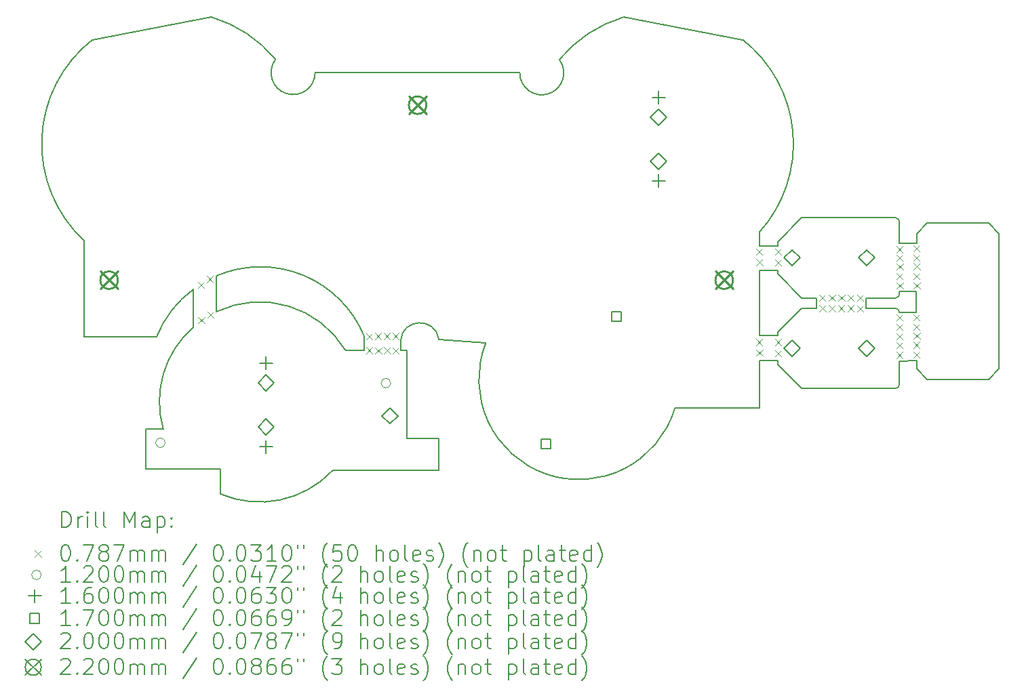
<source format=gbr>
%TF.GenerationSoftware,KiCad,Pcbnew,(6.0.8)*%
%TF.CreationDate,2024-01-04T17:56:23-08:00*%
%TF.ProjectId,jesnet_proto_1,6a65736e-6574-45f7-9072-6f746f5f312e,rev?*%
%TF.SameCoordinates,Original*%
%TF.FileFunction,Drillmap*%
%TF.FilePolarity,Positive*%
%FSLAX45Y45*%
G04 Gerber Fmt 4.5, Leading zero omitted, Abs format (unit mm)*
G04 Created by KiCad (PCBNEW (6.0.8)) date 2024-01-04 17:56:23*
%MOMM*%
%LPD*%
G01*
G04 APERTURE LIST*
%ADD10C,0.130000*%
%ADD11C,0.200000*%
%ADD12C,0.078740*%
%ADD13C,0.120000*%
%ADD14C,0.160000*%
%ADD15C,0.170000*%
%ADD16C,0.220000*%
G04 APERTURE END LIST*
D10*
X7977614Y-7821706D02*
X7978537Y-8134296D01*
X11291783Y-6245753D02*
G75*
G03*
X13651976Y-7063358I1162920J-458386D01*
G01*
X16671000Y-4882000D02*
X16670000Y-5001000D01*
X14936000Y-6115000D02*
X14936000Y-6155000D01*
X16406000Y-5815000D02*
X16039000Y-5815000D01*
X14707117Y-4863358D02*
G75*
G03*
X14498546Y-2458215I-1225000J1105385D01*
G01*
X14936000Y-6467000D02*
X14936000Y-6515000D01*
X8666582Y-2703670D02*
G75*
G03*
X7869617Y-2176973I-1269262J-1054260D01*
G01*
X9160866Y-2866973D02*
X11715025Y-2866973D01*
X14936000Y-5384000D02*
X15236000Y-5684000D01*
X6380894Y-2458256D02*
X7869617Y-2176973D01*
X15236000Y-6815000D02*
X16406000Y-6815000D01*
X6277417Y-6169673D02*
X6277417Y-4969673D01*
X9775758Y-6169673D02*
X9777000Y-6341000D01*
X7182000Y-6169673D02*
X6277417Y-6169673D01*
X14936000Y-4984000D02*
X14936000Y-5036000D01*
X10703999Y-6201000D02*
G75*
G03*
X10228846Y-6217000I-236725J-33281D01*
G01*
X10307386Y-7841000D02*
X10707386Y-7841000D01*
X16456000Y-4734000D02*
G75*
G03*
X16406000Y-4684000I-50000J0D01*
G01*
X11291784Y-6245753D02*
X10704000Y-6201000D01*
X16671000Y-4882000D02*
X16801000Y-4752000D01*
X15236000Y-5684000D02*
X15422000Y-5684000D01*
X17701000Y-6572000D02*
X17571000Y-6702000D01*
X15422000Y-5684000D02*
X15422000Y-5815000D01*
X7642000Y-6046000D02*
G75*
G03*
X7264924Y-7321706I812691J-933798D01*
G01*
X14936000Y-5341000D02*
X14710000Y-5341000D01*
X7978537Y-8134296D02*
G75*
G03*
X9378829Y-7841000I490000J1149957D01*
G01*
X11715025Y-2866973D02*
G75*
G03*
X12209930Y-2707240I274948J-5323D01*
G01*
X13009822Y-2177010D02*
G75*
G03*
X12209930Y-2707240I472298J-1580960D01*
G01*
X14936000Y-5341000D02*
X14936000Y-5384000D01*
X16456500Y-5005000D02*
X16456000Y-4734000D01*
X15236000Y-5815000D02*
X15422000Y-5815000D01*
X9777000Y-6341000D02*
X9540271Y-6341000D01*
X16406000Y-4684000D02*
X15236000Y-4684000D01*
X14936000Y-6115000D02*
X15236000Y-5815000D01*
X7642000Y-5577000D02*
X7642000Y-6046000D01*
X6380894Y-2458256D02*
G75*
G03*
X6277417Y-4969673I1016395J-1299718D01*
G01*
X8666584Y-2703668D02*
G75*
G03*
X9160866Y-2866973I219297J-165932D01*
G01*
X16039000Y-5684000D02*
X16406000Y-5684000D01*
X7047614Y-7321706D02*
X7047614Y-7821706D01*
X9775757Y-6169673D02*
G75*
G03*
X7930000Y-5408000I-1296729J-525113D01*
G01*
X10707386Y-7841000D02*
X10707386Y-7441000D01*
X17571000Y-4752000D02*
X17701000Y-4882000D01*
X16671000Y-6470000D02*
X16671000Y-6572000D01*
X10707386Y-7441000D02*
X10307386Y-7441000D01*
X10229000Y-6343000D02*
X10307386Y-6341000D01*
X9378829Y-7841000D02*
X10307386Y-7841000D01*
X16456000Y-5865000D02*
G75*
G03*
X16406000Y-5815000I-50000J0D01*
G01*
X17571000Y-4752000D02*
X16801000Y-4752000D01*
X16456500Y-5005000D02*
X16670000Y-5001000D01*
X7264924Y-7321706D02*
X7047614Y-7321706D01*
X14936000Y-6467000D02*
X14708000Y-6467000D01*
X16406000Y-5684000D02*
G75*
G03*
X16456000Y-5634000I0J50000D01*
G01*
X16406000Y-6815000D02*
G75*
G03*
X16456000Y-6765000I0J50000D01*
G01*
X14936000Y-6155000D02*
X14711000Y-6155000D01*
X7930000Y-5408000D02*
X7930000Y-5856000D01*
X14708000Y-6467000D02*
X14707117Y-7063358D01*
X16801000Y-6702000D02*
X17571000Y-6702000D01*
X16456000Y-6765000D02*
X16456000Y-6472000D01*
X14936000Y-6515000D02*
X15236000Y-6815000D01*
X10228846Y-6217000D02*
X10229000Y-6343000D01*
X9540270Y-6341001D02*
G75*
G03*
X7930000Y-5856000I-1071970J-643429D01*
G01*
X16801000Y-6702000D02*
X16671000Y-6572000D01*
X13009823Y-2177012D02*
X14498546Y-2458215D01*
X14936000Y-4984000D02*
X15236000Y-4684000D01*
X16668000Y-5603000D02*
X16668000Y-5865000D01*
X14936000Y-5036000D02*
X14707000Y-5037000D01*
X7047614Y-7821706D02*
X7977614Y-7821706D01*
X14710000Y-5341000D02*
X14711000Y-6155000D01*
X16456000Y-5603000D02*
X16668000Y-5603000D01*
X16456000Y-6472000D02*
X16671000Y-6470000D01*
X16456000Y-5603000D02*
X16456000Y-5634000D01*
X10307386Y-7441000D02*
X10307386Y-6341000D01*
X14707117Y-7063358D02*
X13651976Y-7063358D01*
X17701000Y-6572000D02*
X17701000Y-4882000D01*
X16456000Y-5865000D02*
X16668000Y-5865000D01*
X7642000Y-5577000D02*
G75*
G03*
X7182000Y-6169673I770410J-1072800D01*
G01*
X16039000Y-5684000D02*
X16039000Y-5815000D01*
X14707000Y-5037000D02*
X14707117Y-4863358D01*
D11*
D12*
X7694630Y-5483630D02*
X7773370Y-5562370D01*
X7773370Y-5483630D02*
X7694630Y-5562370D01*
X7702630Y-5921630D02*
X7781370Y-6000370D01*
X7781370Y-5921630D02*
X7702630Y-6000370D01*
X7807630Y-5410630D02*
X7886370Y-5489370D01*
X7886370Y-5410630D02*
X7807630Y-5489370D01*
X7817630Y-5858630D02*
X7896370Y-5937370D01*
X7896370Y-5858630D02*
X7817630Y-5937370D01*
X9796630Y-6126630D02*
X9875370Y-6205370D01*
X9875370Y-6126630D02*
X9796630Y-6205370D01*
X9798630Y-6301630D02*
X9877370Y-6380370D01*
X9877370Y-6301630D02*
X9798630Y-6380370D01*
X9906630Y-6123630D02*
X9985370Y-6202370D01*
X9985370Y-6123630D02*
X9906630Y-6202370D01*
X9911630Y-6303630D02*
X9990370Y-6382370D01*
X9990370Y-6303630D02*
X9911630Y-6382370D01*
X10015630Y-6121630D02*
X10094370Y-6200370D01*
X10094370Y-6121630D02*
X10015630Y-6200370D01*
X10020630Y-6301630D02*
X10099370Y-6380370D01*
X10099370Y-6301630D02*
X10020630Y-6380370D01*
X10124630Y-6303630D02*
X10203370Y-6382370D01*
X10203370Y-6303630D02*
X10124630Y-6382370D01*
X10127630Y-6123630D02*
X10206370Y-6202370D01*
X10206370Y-6123630D02*
X10127630Y-6202370D01*
X14665630Y-5066630D02*
X14744370Y-5145370D01*
X14744370Y-5066630D02*
X14665630Y-5145370D01*
X14666630Y-6197630D02*
X14745370Y-6276370D01*
X14745370Y-6197630D02*
X14666630Y-6276370D01*
X14668630Y-5200630D02*
X14747370Y-5279370D01*
X14747370Y-5200630D02*
X14668630Y-5279370D01*
X14669630Y-6331630D02*
X14748370Y-6410370D01*
X14748370Y-6331630D02*
X14669630Y-6410370D01*
X14900630Y-5067630D02*
X14979370Y-5146370D01*
X14979370Y-5067630D02*
X14900630Y-5146370D01*
X14901630Y-5206630D02*
X14980370Y-5285370D01*
X14980370Y-5206630D02*
X14901630Y-5285370D01*
X14901630Y-6198630D02*
X14980370Y-6277370D01*
X14980370Y-6198630D02*
X14901630Y-6277370D01*
X14902630Y-6337630D02*
X14981370Y-6416370D01*
X14981370Y-6337630D02*
X14902630Y-6416370D01*
X15455630Y-5643630D02*
X15534370Y-5722370D01*
X15534370Y-5643630D02*
X15455630Y-5722370D01*
X15457630Y-5775630D02*
X15536370Y-5854370D01*
X15536370Y-5775630D02*
X15457630Y-5854370D01*
X15574630Y-5776630D02*
X15653370Y-5855370D01*
X15653370Y-5776630D02*
X15574630Y-5855370D01*
X15575630Y-5644630D02*
X15654370Y-5723370D01*
X15654370Y-5644630D02*
X15575630Y-5723370D01*
X15692630Y-5776630D02*
X15771370Y-5855370D01*
X15771370Y-5776630D02*
X15692630Y-5855370D01*
X15693630Y-5645630D02*
X15772370Y-5724370D01*
X15772370Y-5645630D02*
X15693630Y-5724370D01*
X15806630Y-5643630D02*
X15885370Y-5722370D01*
X15885370Y-5643630D02*
X15806630Y-5722370D01*
X15806630Y-5776630D02*
X15885370Y-5855370D01*
X15885370Y-5776630D02*
X15806630Y-5855370D01*
X15927630Y-5779630D02*
X16006370Y-5858370D01*
X16006370Y-5779630D02*
X15927630Y-5858370D01*
X15928630Y-5641630D02*
X16007370Y-5720370D01*
X16007370Y-5641630D02*
X15928630Y-5720370D01*
X16418630Y-6237630D02*
X16497370Y-6316370D01*
X16497370Y-6237630D02*
X16418630Y-6316370D01*
X16419630Y-5038630D02*
X16498370Y-5117370D01*
X16498370Y-5038630D02*
X16419630Y-5117370D01*
X16419630Y-5144630D02*
X16498370Y-5223370D01*
X16498370Y-5144630D02*
X16419630Y-5223370D01*
X16419630Y-6006630D02*
X16498370Y-6085370D01*
X16498370Y-6006630D02*
X16419630Y-6085370D01*
X16419630Y-6358630D02*
X16498370Y-6437370D01*
X16498370Y-6358630D02*
X16419630Y-6437370D01*
X16420630Y-5370630D02*
X16499370Y-5449370D01*
X16499370Y-5370630D02*
X16420630Y-5449370D01*
X16420630Y-5889630D02*
X16499370Y-5968370D01*
X16499370Y-5889630D02*
X16420630Y-5968370D01*
X16420630Y-6127630D02*
X16499370Y-6206370D01*
X16499370Y-6127630D02*
X16420630Y-6206370D01*
X16421630Y-5253630D02*
X16500370Y-5332370D01*
X16500370Y-5253630D02*
X16421630Y-5332370D01*
X16421630Y-5491630D02*
X16500370Y-5570370D01*
X16500370Y-5491630D02*
X16421630Y-5570370D01*
X16630630Y-5023630D02*
X16709370Y-5102370D01*
X16709370Y-5023630D02*
X16630630Y-5102370D01*
X16631630Y-5144630D02*
X16710370Y-5223370D01*
X16710370Y-5144630D02*
X16631630Y-5223370D01*
X16631630Y-6006630D02*
X16710370Y-6085370D01*
X16710370Y-6006630D02*
X16631630Y-6085370D01*
X16631630Y-6233630D02*
X16710370Y-6312370D01*
X16710370Y-6233630D02*
X16631630Y-6312370D01*
X16632630Y-5370630D02*
X16711370Y-5449370D01*
X16711370Y-5370630D02*
X16632630Y-5449370D01*
X16632630Y-5887630D02*
X16711370Y-5966370D01*
X16711370Y-5887630D02*
X16632630Y-5966370D01*
X16632630Y-6354630D02*
X16711370Y-6433370D01*
X16711370Y-6354630D02*
X16632630Y-6433370D01*
X16633630Y-5251630D02*
X16712370Y-5330370D01*
X16712370Y-5251630D02*
X16633630Y-5330370D01*
X16633630Y-5494630D02*
X16712370Y-5573370D01*
X16712370Y-5494630D02*
X16633630Y-5573370D01*
X16634630Y-6119630D02*
X16713370Y-6198370D01*
X16713370Y-6119630D02*
X16634630Y-6198370D01*
D13*
X7289000Y-7494000D02*
G75*
G03*
X7289000Y-7494000I-60000J0D01*
G01*
X10104000Y-6749000D02*
G75*
G03*
X10104000Y-6749000I-60000J0D01*
G01*
D14*
X8549000Y-6417500D02*
X8549000Y-6577500D01*
X8469000Y-6497500D02*
X8629000Y-6497500D01*
X8549000Y-7462500D02*
X8549000Y-7622500D01*
X8469000Y-7542500D02*
X8629000Y-7542500D01*
X13450000Y-3097500D02*
X13450000Y-3257500D01*
X13370000Y-3177500D02*
X13530000Y-3177500D01*
X13450000Y-4142500D02*
X13450000Y-4302500D01*
X13370000Y-4222500D02*
X13530000Y-4222500D01*
D15*
X12103105Y-7570105D02*
X12103105Y-7449895D01*
X11982895Y-7449895D01*
X11982895Y-7570105D01*
X12103105Y-7570105D01*
X12983105Y-5975105D02*
X12983105Y-5854895D01*
X12862895Y-5854895D01*
X12862895Y-5975105D01*
X12983105Y-5975105D01*
D11*
X8549000Y-6845000D02*
X8649000Y-6745000D01*
X8549000Y-6645000D01*
X8449000Y-6745000D01*
X8549000Y-6845000D01*
X8549000Y-7395000D02*
X8649000Y-7295000D01*
X8549000Y-7195000D01*
X8449000Y-7295000D01*
X8549000Y-7395000D01*
X10096000Y-7257000D02*
X10196000Y-7157000D01*
X10096000Y-7057000D01*
X9996000Y-7157000D01*
X10096000Y-7257000D01*
X13450000Y-3525000D02*
X13550000Y-3425000D01*
X13450000Y-3325000D01*
X13350000Y-3425000D01*
X13450000Y-3525000D01*
X13450000Y-4075000D02*
X13550000Y-3975000D01*
X13450000Y-3875000D01*
X13350000Y-3975000D01*
X13450000Y-4075000D01*
X15116000Y-6415000D02*
X15216000Y-6315000D01*
X15116000Y-6215000D01*
X15016000Y-6315000D01*
X15116000Y-6415000D01*
X15117000Y-5284000D02*
X15217000Y-5184000D01*
X15117000Y-5084000D01*
X15017000Y-5184000D01*
X15117000Y-5284000D01*
X16046000Y-5284000D02*
X16146000Y-5184000D01*
X16046000Y-5084000D01*
X15946000Y-5184000D01*
X16046000Y-5284000D01*
X16046000Y-6415000D02*
X16146000Y-6315000D01*
X16046000Y-6215000D01*
X15946000Y-6315000D01*
X16046000Y-6415000D01*
D16*
X6478000Y-5353000D02*
X6698000Y-5573000D01*
X6698000Y-5353000D02*
X6478000Y-5573000D01*
X6698000Y-5463000D02*
G75*
G03*
X6698000Y-5463000I-110000J0D01*
G01*
X10330000Y-3167000D02*
X10550000Y-3387000D01*
X10550000Y-3167000D02*
X10330000Y-3387000D01*
X10550000Y-3277000D02*
G75*
G03*
X10550000Y-3277000I-110000J0D01*
G01*
X14158000Y-5353000D02*
X14378000Y-5573000D01*
X14378000Y-5353000D02*
X14158000Y-5573000D01*
X14378000Y-5463000D02*
G75*
G03*
X14378000Y-5463000I-110000J0D01*
G01*
D11*
X5998461Y-8551315D02*
X5998461Y-8351315D01*
X6046080Y-8351315D01*
X6074651Y-8360839D01*
X6093699Y-8379887D01*
X6103222Y-8398934D01*
X6112746Y-8437030D01*
X6112746Y-8465601D01*
X6103222Y-8503696D01*
X6093699Y-8522744D01*
X6074651Y-8541791D01*
X6046080Y-8551315D01*
X5998461Y-8551315D01*
X6198461Y-8551315D02*
X6198461Y-8417982D01*
X6198461Y-8456077D02*
X6207984Y-8437030D01*
X6217508Y-8427506D01*
X6236556Y-8417982D01*
X6255603Y-8417982D01*
X6322270Y-8551315D02*
X6322270Y-8417982D01*
X6322270Y-8351315D02*
X6312746Y-8360839D01*
X6322270Y-8370363D01*
X6331794Y-8360839D01*
X6322270Y-8351315D01*
X6322270Y-8370363D01*
X6446080Y-8551315D02*
X6427032Y-8541791D01*
X6417508Y-8522744D01*
X6417508Y-8351315D01*
X6550842Y-8551315D02*
X6531794Y-8541791D01*
X6522270Y-8522744D01*
X6522270Y-8351315D01*
X6779413Y-8551315D02*
X6779413Y-8351315D01*
X6846080Y-8494172D01*
X6912746Y-8351315D01*
X6912746Y-8551315D01*
X7093699Y-8551315D02*
X7093699Y-8446553D01*
X7084175Y-8427506D01*
X7065127Y-8417982D01*
X7027032Y-8417982D01*
X7007984Y-8427506D01*
X7093699Y-8541791D02*
X7074651Y-8551315D01*
X7027032Y-8551315D01*
X7007984Y-8541791D01*
X6998461Y-8522744D01*
X6998461Y-8503696D01*
X7007984Y-8484649D01*
X7027032Y-8475125D01*
X7074651Y-8475125D01*
X7093699Y-8465601D01*
X7188937Y-8417982D02*
X7188937Y-8617982D01*
X7188937Y-8427506D02*
X7207984Y-8417982D01*
X7246080Y-8417982D01*
X7265127Y-8427506D01*
X7274651Y-8437030D01*
X7284175Y-8456077D01*
X7284175Y-8513220D01*
X7274651Y-8532268D01*
X7265127Y-8541791D01*
X7246080Y-8551315D01*
X7207984Y-8551315D01*
X7188937Y-8541791D01*
X7369889Y-8532268D02*
X7379413Y-8541791D01*
X7369889Y-8551315D01*
X7360365Y-8541791D01*
X7369889Y-8532268D01*
X7369889Y-8551315D01*
X7369889Y-8427506D02*
X7379413Y-8437030D01*
X7369889Y-8446553D01*
X7360365Y-8437030D01*
X7369889Y-8427506D01*
X7369889Y-8446553D01*
D12*
X5662102Y-8841469D02*
X5740842Y-8920209D01*
X5740842Y-8841469D02*
X5662102Y-8920209D01*
D11*
X6036556Y-8771315D02*
X6055603Y-8771315D01*
X6074651Y-8780839D01*
X6084175Y-8790363D01*
X6093699Y-8809411D01*
X6103222Y-8847506D01*
X6103222Y-8895125D01*
X6093699Y-8933220D01*
X6084175Y-8952268D01*
X6074651Y-8961791D01*
X6055603Y-8971315D01*
X6036556Y-8971315D01*
X6017508Y-8961791D01*
X6007984Y-8952268D01*
X5998461Y-8933220D01*
X5988937Y-8895125D01*
X5988937Y-8847506D01*
X5998461Y-8809411D01*
X6007984Y-8790363D01*
X6017508Y-8780839D01*
X6036556Y-8771315D01*
X6188937Y-8952268D02*
X6198461Y-8961791D01*
X6188937Y-8971315D01*
X6179413Y-8961791D01*
X6188937Y-8952268D01*
X6188937Y-8971315D01*
X6265127Y-8771315D02*
X6398461Y-8771315D01*
X6312746Y-8971315D01*
X6503222Y-8857030D02*
X6484175Y-8847506D01*
X6474651Y-8837982D01*
X6465127Y-8818934D01*
X6465127Y-8809411D01*
X6474651Y-8790363D01*
X6484175Y-8780839D01*
X6503222Y-8771315D01*
X6541318Y-8771315D01*
X6560365Y-8780839D01*
X6569889Y-8790363D01*
X6579413Y-8809411D01*
X6579413Y-8818934D01*
X6569889Y-8837982D01*
X6560365Y-8847506D01*
X6541318Y-8857030D01*
X6503222Y-8857030D01*
X6484175Y-8866553D01*
X6474651Y-8876077D01*
X6465127Y-8895125D01*
X6465127Y-8933220D01*
X6474651Y-8952268D01*
X6484175Y-8961791D01*
X6503222Y-8971315D01*
X6541318Y-8971315D01*
X6560365Y-8961791D01*
X6569889Y-8952268D01*
X6579413Y-8933220D01*
X6579413Y-8895125D01*
X6569889Y-8876077D01*
X6560365Y-8866553D01*
X6541318Y-8857030D01*
X6646080Y-8771315D02*
X6779413Y-8771315D01*
X6693699Y-8971315D01*
X6855603Y-8971315D02*
X6855603Y-8837982D01*
X6855603Y-8857030D02*
X6865127Y-8847506D01*
X6884175Y-8837982D01*
X6912746Y-8837982D01*
X6931794Y-8847506D01*
X6941318Y-8866553D01*
X6941318Y-8971315D01*
X6941318Y-8866553D02*
X6950842Y-8847506D01*
X6969889Y-8837982D01*
X6998461Y-8837982D01*
X7017508Y-8847506D01*
X7027032Y-8866553D01*
X7027032Y-8971315D01*
X7122270Y-8971315D02*
X7122270Y-8837982D01*
X7122270Y-8857030D02*
X7131794Y-8847506D01*
X7150842Y-8837982D01*
X7179413Y-8837982D01*
X7198461Y-8847506D01*
X7207984Y-8866553D01*
X7207984Y-8971315D01*
X7207984Y-8866553D02*
X7217508Y-8847506D01*
X7236556Y-8837982D01*
X7265127Y-8837982D01*
X7284175Y-8847506D01*
X7293699Y-8866553D01*
X7293699Y-8971315D01*
X7684175Y-8761791D02*
X7512746Y-9018934D01*
X7941318Y-8771315D02*
X7960365Y-8771315D01*
X7979413Y-8780839D01*
X7988937Y-8790363D01*
X7998461Y-8809411D01*
X8007984Y-8847506D01*
X8007984Y-8895125D01*
X7998461Y-8933220D01*
X7988937Y-8952268D01*
X7979413Y-8961791D01*
X7960365Y-8971315D01*
X7941318Y-8971315D01*
X7922270Y-8961791D01*
X7912746Y-8952268D01*
X7903222Y-8933220D01*
X7893699Y-8895125D01*
X7893699Y-8847506D01*
X7903222Y-8809411D01*
X7912746Y-8790363D01*
X7922270Y-8780839D01*
X7941318Y-8771315D01*
X8093699Y-8952268D02*
X8103222Y-8961791D01*
X8093699Y-8971315D01*
X8084175Y-8961791D01*
X8093699Y-8952268D01*
X8093699Y-8971315D01*
X8227032Y-8771315D02*
X8246080Y-8771315D01*
X8265127Y-8780839D01*
X8274651Y-8790363D01*
X8284175Y-8809411D01*
X8293699Y-8847506D01*
X8293699Y-8895125D01*
X8284175Y-8933220D01*
X8274651Y-8952268D01*
X8265127Y-8961791D01*
X8246080Y-8971315D01*
X8227032Y-8971315D01*
X8207984Y-8961791D01*
X8198461Y-8952268D01*
X8188937Y-8933220D01*
X8179413Y-8895125D01*
X8179413Y-8847506D01*
X8188937Y-8809411D01*
X8198461Y-8790363D01*
X8207984Y-8780839D01*
X8227032Y-8771315D01*
X8360365Y-8771315D02*
X8484175Y-8771315D01*
X8417508Y-8847506D01*
X8446080Y-8847506D01*
X8465127Y-8857030D01*
X8474651Y-8866553D01*
X8484175Y-8885601D01*
X8484175Y-8933220D01*
X8474651Y-8952268D01*
X8465127Y-8961791D01*
X8446080Y-8971315D01*
X8388937Y-8971315D01*
X8369889Y-8961791D01*
X8360365Y-8952268D01*
X8674651Y-8971315D02*
X8560365Y-8971315D01*
X8617508Y-8971315D02*
X8617508Y-8771315D01*
X8598461Y-8799887D01*
X8579413Y-8818934D01*
X8560365Y-8828458D01*
X8798461Y-8771315D02*
X8817508Y-8771315D01*
X8836556Y-8780839D01*
X8846080Y-8790363D01*
X8855604Y-8809411D01*
X8865127Y-8847506D01*
X8865127Y-8895125D01*
X8855604Y-8933220D01*
X8846080Y-8952268D01*
X8836556Y-8961791D01*
X8817508Y-8971315D01*
X8798461Y-8971315D01*
X8779413Y-8961791D01*
X8769889Y-8952268D01*
X8760365Y-8933220D01*
X8750842Y-8895125D01*
X8750842Y-8847506D01*
X8760365Y-8809411D01*
X8769889Y-8790363D01*
X8779413Y-8780839D01*
X8798461Y-8771315D01*
X8941318Y-8771315D02*
X8941318Y-8809411D01*
X9017508Y-8771315D02*
X9017508Y-8809411D01*
X9312746Y-9047506D02*
X9303223Y-9037982D01*
X9284175Y-9009411D01*
X9274651Y-8990363D01*
X9265127Y-8961791D01*
X9255604Y-8914172D01*
X9255604Y-8876077D01*
X9265127Y-8828458D01*
X9274651Y-8799887D01*
X9284175Y-8780839D01*
X9303223Y-8752268D01*
X9312746Y-8742744D01*
X9484175Y-8771315D02*
X9388937Y-8771315D01*
X9379413Y-8866553D01*
X9388937Y-8857030D01*
X9407984Y-8847506D01*
X9455604Y-8847506D01*
X9474651Y-8857030D01*
X9484175Y-8866553D01*
X9493699Y-8885601D01*
X9493699Y-8933220D01*
X9484175Y-8952268D01*
X9474651Y-8961791D01*
X9455604Y-8971315D01*
X9407984Y-8971315D01*
X9388937Y-8961791D01*
X9379413Y-8952268D01*
X9617508Y-8771315D02*
X9636556Y-8771315D01*
X9655604Y-8780839D01*
X9665127Y-8790363D01*
X9674651Y-8809411D01*
X9684175Y-8847506D01*
X9684175Y-8895125D01*
X9674651Y-8933220D01*
X9665127Y-8952268D01*
X9655604Y-8961791D01*
X9636556Y-8971315D01*
X9617508Y-8971315D01*
X9598461Y-8961791D01*
X9588937Y-8952268D01*
X9579413Y-8933220D01*
X9569889Y-8895125D01*
X9569889Y-8847506D01*
X9579413Y-8809411D01*
X9588937Y-8790363D01*
X9598461Y-8780839D01*
X9617508Y-8771315D01*
X9922270Y-8971315D02*
X9922270Y-8771315D01*
X10007984Y-8971315D02*
X10007984Y-8866553D01*
X9998461Y-8847506D01*
X9979413Y-8837982D01*
X9950842Y-8837982D01*
X9931794Y-8847506D01*
X9922270Y-8857030D01*
X10131794Y-8971315D02*
X10112746Y-8961791D01*
X10103223Y-8952268D01*
X10093699Y-8933220D01*
X10093699Y-8876077D01*
X10103223Y-8857030D01*
X10112746Y-8847506D01*
X10131794Y-8837982D01*
X10160365Y-8837982D01*
X10179413Y-8847506D01*
X10188937Y-8857030D01*
X10198461Y-8876077D01*
X10198461Y-8933220D01*
X10188937Y-8952268D01*
X10179413Y-8961791D01*
X10160365Y-8971315D01*
X10131794Y-8971315D01*
X10312746Y-8971315D02*
X10293699Y-8961791D01*
X10284175Y-8942744D01*
X10284175Y-8771315D01*
X10465127Y-8961791D02*
X10446080Y-8971315D01*
X10407984Y-8971315D01*
X10388937Y-8961791D01*
X10379413Y-8942744D01*
X10379413Y-8866553D01*
X10388937Y-8847506D01*
X10407984Y-8837982D01*
X10446080Y-8837982D01*
X10465127Y-8847506D01*
X10474651Y-8866553D01*
X10474651Y-8885601D01*
X10379413Y-8904649D01*
X10550842Y-8961791D02*
X10569889Y-8971315D01*
X10607984Y-8971315D01*
X10627032Y-8961791D01*
X10636556Y-8942744D01*
X10636556Y-8933220D01*
X10627032Y-8914172D01*
X10607984Y-8904649D01*
X10579413Y-8904649D01*
X10560365Y-8895125D01*
X10550842Y-8876077D01*
X10550842Y-8866553D01*
X10560365Y-8847506D01*
X10579413Y-8837982D01*
X10607984Y-8837982D01*
X10627032Y-8847506D01*
X10703223Y-9047506D02*
X10712746Y-9037982D01*
X10731794Y-9009411D01*
X10741318Y-8990363D01*
X10750842Y-8961791D01*
X10760365Y-8914172D01*
X10760365Y-8876077D01*
X10750842Y-8828458D01*
X10741318Y-8799887D01*
X10731794Y-8780839D01*
X10712746Y-8752268D01*
X10703223Y-8742744D01*
X11065127Y-9047506D02*
X11055604Y-9037982D01*
X11036556Y-9009411D01*
X11027032Y-8990363D01*
X11017508Y-8961791D01*
X11007984Y-8914172D01*
X11007984Y-8876077D01*
X11017508Y-8828458D01*
X11027032Y-8799887D01*
X11036556Y-8780839D01*
X11055604Y-8752268D01*
X11065127Y-8742744D01*
X11141318Y-8837982D02*
X11141318Y-8971315D01*
X11141318Y-8857030D02*
X11150842Y-8847506D01*
X11169889Y-8837982D01*
X11198461Y-8837982D01*
X11217508Y-8847506D01*
X11227032Y-8866553D01*
X11227032Y-8971315D01*
X11350841Y-8971315D02*
X11331794Y-8961791D01*
X11322270Y-8952268D01*
X11312746Y-8933220D01*
X11312746Y-8876077D01*
X11322270Y-8857030D01*
X11331794Y-8847506D01*
X11350841Y-8837982D01*
X11379413Y-8837982D01*
X11398461Y-8847506D01*
X11407984Y-8857030D01*
X11417508Y-8876077D01*
X11417508Y-8933220D01*
X11407984Y-8952268D01*
X11398461Y-8961791D01*
X11379413Y-8971315D01*
X11350841Y-8971315D01*
X11474651Y-8837982D02*
X11550841Y-8837982D01*
X11503222Y-8771315D02*
X11503222Y-8942744D01*
X11512746Y-8961791D01*
X11531794Y-8971315D01*
X11550841Y-8971315D01*
X11769889Y-8837982D02*
X11769889Y-9037982D01*
X11769889Y-8847506D02*
X11788937Y-8837982D01*
X11827032Y-8837982D01*
X11846080Y-8847506D01*
X11855603Y-8857030D01*
X11865127Y-8876077D01*
X11865127Y-8933220D01*
X11855603Y-8952268D01*
X11846080Y-8961791D01*
X11827032Y-8971315D01*
X11788937Y-8971315D01*
X11769889Y-8961791D01*
X11979413Y-8971315D02*
X11960365Y-8961791D01*
X11950841Y-8942744D01*
X11950841Y-8771315D01*
X12141318Y-8971315D02*
X12141318Y-8866553D01*
X12131794Y-8847506D01*
X12112746Y-8837982D01*
X12074651Y-8837982D01*
X12055603Y-8847506D01*
X12141318Y-8961791D02*
X12122270Y-8971315D01*
X12074651Y-8971315D01*
X12055603Y-8961791D01*
X12046080Y-8942744D01*
X12046080Y-8923696D01*
X12055603Y-8904649D01*
X12074651Y-8895125D01*
X12122270Y-8895125D01*
X12141318Y-8885601D01*
X12207984Y-8837982D02*
X12284175Y-8837982D01*
X12236556Y-8771315D02*
X12236556Y-8942744D01*
X12246080Y-8961791D01*
X12265127Y-8971315D01*
X12284175Y-8971315D01*
X12427032Y-8961791D02*
X12407984Y-8971315D01*
X12369889Y-8971315D01*
X12350841Y-8961791D01*
X12341318Y-8942744D01*
X12341318Y-8866553D01*
X12350841Y-8847506D01*
X12369889Y-8837982D01*
X12407984Y-8837982D01*
X12427032Y-8847506D01*
X12436556Y-8866553D01*
X12436556Y-8885601D01*
X12341318Y-8904649D01*
X12607984Y-8971315D02*
X12607984Y-8771315D01*
X12607984Y-8961791D02*
X12588937Y-8971315D01*
X12550841Y-8971315D01*
X12531794Y-8961791D01*
X12522270Y-8952268D01*
X12512746Y-8933220D01*
X12512746Y-8876077D01*
X12522270Y-8857030D01*
X12531794Y-8847506D01*
X12550841Y-8837982D01*
X12588937Y-8837982D01*
X12607984Y-8847506D01*
X12684175Y-9047506D02*
X12693699Y-9037982D01*
X12712746Y-9009411D01*
X12722270Y-8990363D01*
X12731794Y-8961791D01*
X12741318Y-8914172D01*
X12741318Y-8876077D01*
X12731794Y-8828458D01*
X12722270Y-8799887D01*
X12712746Y-8780839D01*
X12693699Y-8752268D01*
X12684175Y-8742744D01*
D13*
X5740842Y-9144839D02*
G75*
G03*
X5740842Y-9144839I-60000J0D01*
G01*
D11*
X6103222Y-9235315D02*
X5988937Y-9235315D01*
X6046080Y-9235315D02*
X6046080Y-9035315D01*
X6027032Y-9063887D01*
X6007984Y-9082934D01*
X5988937Y-9092458D01*
X6188937Y-9216268D02*
X6198461Y-9225791D01*
X6188937Y-9235315D01*
X6179413Y-9225791D01*
X6188937Y-9216268D01*
X6188937Y-9235315D01*
X6274651Y-9054363D02*
X6284175Y-9044839D01*
X6303222Y-9035315D01*
X6350842Y-9035315D01*
X6369889Y-9044839D01*
X6379413Y-9054363D01*
X6388937Y-9073411D01*
X6388937Y-9092458D01*
X6379413Y-9121030D01*
X6265127Y-9235315D01*
X6388937Y-9235315D01*
X6512746Y-9035315D02*
X6531794Y-9035315D01*
X6550842Y-9044839D01*
X6560365Y-9054363D01*
X6569889Y-9073411D01*
X6579413Y-9111506D01*
X6579413Y-9159125D01*
X6569889Y-9197220D01*
X6560365Y-9216268D01*
X6550842Y-9225791D01*
X6531794Y-9235315D01*
X6512746Y-9235315D01*
X6493699Y-9225791D01*
X6484175Y-9216268D01*
X6474651Y-9197220D01*
X6465127Y-9159125D01*
X6465127Y-9111506D01*
X6474651Y-9073411D01*
X6484175Y-9054363D01*
X6493699Y-9044839D01*
X6512746Y-9035315D01*
X6703222Y-9035315D02*
X6722270Y-9035315D01*
X6741318Y-9044839D01*
X6750842Y-9054363D01*
X6760365Y-9073411D01*
X6769889Y-9111506D01*
X6769889Y-9159125D01*
X6760365Y-9197220D01*
X6750842Y-9216268D01*
X6741318Y-9225791D01*
X6722270Y-9235315D01*
X6703222Y-9235315D01*
X6684175Y-9225791D01*
X6674651Y-9216268D01*
X6665127Y-9197220D01*
X6655603Y-9159125D01*
X6655603Y-9111506D01*
X6665127Y-9073411D01*
X6674651Y-9054363D01*
X6684175Y-9044839D01*
X6703222Y-9035315D01*
X6855603Y-9235315D02*
X6855603Y-9101982D01*
X6855603Y-9121030D02*
X6865127Y-9111506D01*
X6884175Y-9101982D01*
X6912746Y-9101982D01*
X6931794Y-9111506D01*
X6941318Y-9130553D01*
X6941318Y-9235315D01*
X6941318Y-9130553D02*
X6950842Y-9111506D01*
X6969889Y-9101982D01*
X6998461Y-9101982D01*
X7017508Y-9111506D01*
X7027032Y-9130553D01*
X7027032Y-9235315D01*
X7122270Y-9235315D02*
X7122270Y-9101982D01*
X7122270Y-9121030D02*
X7131794Y-9111506D01*
X7150842Y-9101982D01*
X7179413Y-9101982D01*
X7198461Y-9111506D01*
X7207984Y-9130553D01*
X7207984Y-9235315D01*
X7207984Y-9130553D02*
X7217508Y-9111506D01*
X7236556Y-9101982D01*
X7265127Y-9101982D01*
X7284175Y-9111506D01*
X7293699Y-9130553D01*
X7293699Y-9235315D01*
X7684175Y-9025791D02*
X7512746Y-9282934D01*
X7941318Y-9035315D02*
X7960365Y-9035315D01*
X7979413Y-9044839D01*
X7988937Y-9054363D01*
X7998461Y-9073411D01*
X8007984Y-9111506D01*
X8007984Y-9159125D01*
X7998461Y-9197220D01*
X7988937Y-9216268D01*
X7979413Y-9225791D01*
X7960365Y-9235315D01*
X7941318Y-9235315D01*
X7922270Y-9225791D01*
X7912746Y-9216268D01*
X7903222Y-9197220D01*
X7893699Y-9159125D01*
X7893699Y-9111506D01*
X7903222Y-9073411D01*
X7912746Y-9054363D01*
X7922270Y-9044839D01*
X7941318Y-9035315D01*
X8093699Y-9216268D02*
X8103222Y-9225791D01*
X8093699Y-9235315D01*
X8084175Y-9225791D01*
X8093699Y-9216268D01*
X8093699Y-9235315D01*
X8227032Y-9035315D02*
X8246080Y-9035315D01*
X8265127Y-9044839D01*
X8274651Y-9054363D01*
X8284175Y-9073411D01*
X8293699Y-9111506D01*
X8293699Y-9159125D01*
X8284175Y-9197220D01*
X8274651Y-9216268D01*
X8265127Y-9225791D01*
X8246080Y-9235315D01*
X8227032Y-9235315D01*
X8207984Y-9225791D01*
X8198461Y-9216268D01*
X8188937Y-9197220D01*
X8179413Y-9159125D01*
X8179413Y-9111506D01*
X8188937Y-9073411D01*
X8198461Y-9054363D01*
X8207984Y-9044839D01*
X8227032Y-9035315D01*
X8465127Y-9101982D02*
X8465127Y-9235315D01*
X8417508Y-9025791D02*
X8369889Y-9168649D01*
X8493699Y-9168649D01*
X8550842Y-9035315D02*
X8684175Y-9035315D01*
X8598461Y-9235315D01*
X8750842Y-9054363D02*
X8760365Y-9044839D01*
X8779413Y-9035315D01*
X8827032Y-9035315D01*
X8846080Y-9044839D01*
X8855604Y-9054363D01*
X8865127Y-9073411D01*
X8865127Y-9092458D01*
X8855604Y-9121030D01*
X8741318Y-9235315D01*
X8865127Y-9235315D01*
X8941318Y-9035315D02*
X8941318Y-9073411D01*
X9017508Y-9035315D02*
X9017508Y-9073411D01*
X9312746Y-9311506D02*
X9303223Y-9301982D01*
X9284175Y-9273411D01*
X9274651Y-9254363D01*
X9265127Y-9225791D01*
X9255604Y-9178172D01*
X9255604Y-9140077D01*
X9265127Y-9092458D01*
X9274651Y-9063887D01*
X9284175Y-9044839D01*
X9303223Y-9016268D01*
X9312746Y-9006744D01*
X9379413Y-9054363D02*
X9388937Y-9044839D01*
X9407984Y-9035315D01*
X9455604Y-9035315D01*
X9474651Y-9044839D01*
X9484175Y-9054363D01*
X9493699Y-9073411D01*
X9493699Y-9092458D01*
X9484175Y-9121030D01*
X9369889Y-9235315D01*
X9493699Y-9235315D01*
X9731794Y-9235315D02*
X9731794Y-9035315D01*
X9817508Y-9235315D02*
X9817508Y-9130553D01*
X9807984Y-9111506D01*
X9788937Y-9101982D01*
X9760365Y-9101982D01*
X9741318Y-9111506D01*
X9731794Y-9121030D01*
X9941318Y-9235315D02*
X9922270Y-9225791D01*
X9912746Y-9216268D01*
X9903223Y-9197220D01*
X9903223Y-9140077D01*
X9912746Y-9121030D01*
X9922270Y-9111506D01*
X9941318Y-9101982D01*
X9969889Y-9101982D01*
X9988937Y-9111506D01*
X9998461Y-9121030D01*
X10007984Y-9140077D01*
X10007984Y-9197220D01*
X9998461Y-9216268D01*
X9988937Y-9225791D01*
X9969889Y-9235315D01*
X9941318Y-9235315D01*
X10122270Y-9235315D02*
X10103223Y-9225791D01*
X10093699Y-9206744D01*
X10093699Y-9035315D01*
X10274651Y-9225791D02*
X10255604Y-9235315D01*
X10217508Y-9235315D01*
X10198461Y-9225791D01*
X10188937Y-9206744D01*
X10188937Y-9130553D01*
X10198461Y-9111506D01*
X10217508Y-9101982D01*
X10255604Y-9101982D01*
X10274651Y-9111506D01*
X10284175Y-9130553D01*
X10284175Y-9149601D01*
X10188937Y-9168649D01*
X10360365Y-9225791D02*
X10379413Y-9235315D01*
X10417508Y-9235315D01*
X10436556Y-9225791D01*
X10446080Y-9206744D01*
X10446080Y-9197220D01*
X10436556Y-9178172D01*
X10417508Y-9168649D01*
X10388937Y-9168649D01*
X10369889Y-9159125D01*
X10360365Y-9140077D01*
X10360365Y-9130553D01*
X10369889Y-9111506D01*
X10388937Y-9101982D01*
X10417508Y-9101982D01*
X10436556Y-9111506D01*
X10512746Y-9311506D02*
X10522270Y-9301982D01*
X10541318Y-9273411D01*
X10550842Y-9254363D01*
X10560365Y-9225791D01*
X10569889Y-9178172D01*
X10569889Y-9140077D01*
X10560365Y-9092458D01*
X10550842Y-9063887D01*
X10541318Y-9044839D01*
X10522270Y-9016268D01*
X10512746Y-9006744D01*
X10874651Y-9311506D02*
X10865127Y-9301982D01*
X10846080Y-9273411D01*
X10836556Y-9254363D01*
X10827032Y-9225791D01*
X10817508Y-9178172D01*
X10817508Y-9140077D01*
X10827032Y-9092458D01*
X10836556Y-9063887D01*
X10846080Y-9044839D01*
X10865127Y-9016268D01*
X10874651Y-9006744D01*
X10950842Y-9101982D02*
X10950842Y-9235315D01*
X10950842Y-9121030D02*
X10960365Y-9111506D01*
X10979413Y-9101982D01*
X11007984Y-9101982D01*
X11027032Y-9111506D01*
X11036556Y-9130553D01*
X11036556Y-9235315D01*
X11160365Y-9235315D02*
X11141318Y-9225791D01*
X11131794Y-9216268D01*
X11122270Y-9197220D01*
X11122270Y-9140077D01*
X11131794Y-9121030D01*
X11141318Y-9111506D01*
X11160365Y-9101982D01*
X11188937Y-9101982D01*
X11207984Y-9111506D01*
X11217508Y-9121030D01*
X11227032Y-9140077D01*
X11227032Y-9197220D01*
X11217508Y-9216268D01*
X11207984Y-9225791D01*
X11188937Y-9235315D01*
X11160365Y-9235315D01*
X11284175Y-9101982D02*
X11360365Y-9101982D01*
X11312746Y-9035315D02*
X11312746Y-9206744D01*
X11322270Y-9225791D01*
X11341318Y-9235315D01*
X11360365Y-9235315D01*
X11579413Y-9101982D02*
X11579413Y-9301982D01*
X11579413Y-9111506D02*
X11598461Y-9101982D01*
X11636556Y-9101982D01*
X11655603Y-9111506D01*
X11665127Y-9121030D01*
X11674651Y-9140077D01*
X11674651Y-9197220D01*
X11665127Y-9216268D01*
X11655603Y-9225791D01*
X11636556Y-9235315D01*
X11598461Y-9235315D01*
X11579413Y-9225791D01*
X11788937Y-9235315D02*
X11769889Y-9225791D01*
X11760365Y-9206744D01*
X11760365Y-9035315D01*
X11950841Y-9235315D02*
X11950841Y-9130553D01*
X11941318Y-9111506D01*
X11922270Y-9101982D01*
X11884175Y-9101982D01*
X11865127Y-9111506D01*
X11950841Y-9225791D02*
X11931794Y-9235315D01*
X11884175Y-9235315D01*
X11865127Y-9225791D01*
X11855603Y-9206744D01*
X11855603Y-9187696D01*
X11865127Y-9168649D01*
X11884175Y-9159125D01*
X11931794Y-9159125D01*
X11950841Y-9149601D01*
X12017508Y-9101982D02*
X12093699Y-9101982D01*
X12046080Y-9035315D02*
X12046080Y-9206744D01*
X12055603Y-9225791D01*
X12074651Y-9235315D01*
X12093699Y-9235315D01*
X12236556Y-9225791D02*
X12217508Y-9235315D01*
X12179413Y-9235315D01*
X12160365Y-9225791D01*
X12150841Y-9206744D01*
X12150841Y-9130553D01*
X12160365Y-9111506D01*
X12179413Y-9101982D01*
X12217508Y-9101982D01*
X12236556Y-9111506D01*
X12246080Y-9130553D01*
X12246080Y-9149601D01*
X12150841Y-9168649D01*
X12417508Y-9235315D02*
X12417508Y-9035315D01*
X12417508Y-9225791D02*
X12398461Y-9235315D01*
X12360365Y-9235315D01*
X12341318Y-9225791D01*
X12331794Y-9216268D01*
X12322270Y-9197220D01*
X12322270Y-9140077D01*
X12331794Y-9121030D01*
X12341318Y-9111506D01*
X12360365Y-9101982D01*
X12398461Y-9101982D01*
X12417508Y-9111506D01*
X12493699Y-9311506D02*
X12503222Y-9301982D01*
X12522270Y-9273411D01*
X12531794Y-9254363D01*
X12541318Y-9225791D01*
X12550841Y-9178172D01*
X12550841Y-9140077D01*
X12541318Y-9092458D01*
X12531794Y-9063887D01*
X12522270Y-9044839D01*
X12503222Y-9016268D01*
X12493699Y-9006744D01*
D14*
X5660842Y-9328839D02*
X5660842Y-9488839D01*
X5580842Y-9408839D02*
X5740842Y-9408839D01*
D11*
X6103222Y-9499315D02*
X5988937Y-9499315D01*
X6046080Y-9499315D02*
X6046080Y-9299315D01*
X6027032Y-9327887D01*
X6007984Y-9346934D01*
X5988937Y-9356458D01*
X6188937Y-9480268D02*
X6198461Y-9489791D01*
X6188937Y-9499315D01*
X6179413Y-9489791D01*
X6188937Y-9480268D01*
X6188937Y-9499315D01*
X6369889Y-9299315D02*
X6331794Y-9299315D01*
X6312746Y-9308839D01*
X6303222Y-9318363D01*
X6284175Y-9346934D01*
X6274651Y-9385030D01*
X6274651Y-9461220D01*
X6284175Y-9480268D01*
X6293699Y-9489791D01*
X6312746Y-9499315D01*
X6350842Y-9499315D01*
X6369889Y-9489791D01*
X6379413Y-9480268D01*
X6388937Y-9461220D01*
X6388937Y-9413601D01*
X6379413Y-9394553D01*
X6369889Y-9385030D01*
X6350842Y-9375506D01*
X6312746Y-9375506D01*
X6293699Y-9385030D01*
X6284175Y-9394553D01*
X6274651Y-9413601D01*
X6512746Y-9299315D02*
X6531794Y-9299315D01*
X6550842Y-9308839D01*
X6560365Y-9318363D01*
X6569889Y-9337411D01*
X6579413Y-9375506D01*
X6579413Y-9423125D01*
X6569889Y-9461220D01*
X6560365Y-9480268D01*
X6550842Y-9489791D01*
X6531794Y-9499315D01*
X6512746Y-9499315D01*
X6493699Y-9489791D01*
X6484175Y-9480268D01*
X6474651Y-9461220D01*
X6465127Y-9423125D01*
X6465127Y-9375506D01*
X6474651Y-9337411D01*
X6484175Y-9318363D01*
X6493699Y-9308839D01*
X6512746Y-9299315D01*
X6703222Y-9299315D02*
X6722270Y-9299315D01*
X6741318Y-9308839D01*
X6750842Y-9318363D01*
X6760365Y-9337411D01*
X6769889Y-9375506D01*
X6769889Y-9423125D01*
X6760365Y-9461220D01*
X6750842Y-9480268D01*
X6741318Y-9489791D01*
X6722270Y-9499315D01*
X6703222Y-9499315D01*
X6684175Y-9489791D01*
X6674651Y-9480268D01*
X6665127Y-9461220D01*
X6655603Y-9423125D01*
X6655603Y-9375506D01*
X6665127Y-9337411D01*
X6674651Y-9318363D01*
X6684175Y-9308839D01*
X6703222Y-9299315D01*
X6855603Y-9499315D02*
X6855603Y-9365982D01*
X6855603Y-9385030D02*
X6865127Y-9375506D01*
X6884175Y-9365982D01*
X6912746Y-9365982D01*
X6931794Y-9375506D01*
X6941318Y-9394553D01*
X6941318Y-9499315D01*
X6941318Y-9394553D02*
X6950842Y-9375506D01*
X6969889Y-9365982D01*
X6998461Y-9365982D01*
X7017508Y-9375506D01*
X7027032Y-9394553D01*
X7027032Y-9499315D01*
X7122270Y-9499315D02*
X7122270Y-9365982D01*
X7122270Y-9385030D02*
X7131794Y-9375506D01*
X7150842Y-9365982D01*
X7179413Y-9365982D01*
X7198461Y-9375506D01*
X7207984Y-9394553D01*
X7207984Y-9499315D01*
X7207984Y-9394553D02*
X7217508Y-9375506D01*
X7236556Y-9365982D01*
X7265127Y-9365982D01*
X7284175Y-9375506D01*
X7293699Y-9394553D01*
X7293699Y-9499315D01*
X7684175Y-9289791D02*
X7512746Y-9546934D01*
X7941318Y-9299315D02*
X7960365Y-9299315D01*
X7979413Y-9308839D01*
X7988937Y-9318363D01*
X7998461Y-9337411D01*
X8007984Y-9375506D01*
X8007984Y-9423125D01*
X7998461Y-9461220D01*
X7988937Y-9480268D01*
X7979413Y-9489791D01*
X7960365Y-9499315D01*
X7941318Y-9499315D01*
X7922270Y-9489791D01*
X7912746Y-9480268D01*
X7903222Y-9461220D01*
X7893699Y-9423125D01*
X7893699Y-9375506D01*
X7903222Y-9337411D01*
X7912746Y-9318363D01*
X7922270Y-9308839D01*
X7941318Y-9299315D01*
X8093699Y-9480268D02*
X8103222Y-9489791D01*
X8093699Y-9499315D01*
X8084175Y-9489791D01*
X8093699Y-9480268D01*
X8093699Y-9499315D01*
X8227032Y-9299315D02*
X8246080Y-9299315D01*
X8265127Y-9308839D01*
X8274651Y-9318363D01*
X8284175Y-9337411D01*
X8293699Y-9375506D01*
X8293699Y-9423125D01*
X8284175Y-9461220D01*
X8274651Y-9480268D01*
X8265127Y-9489791D01*
X8246080Y-9499315D01*
X8227032Y-9499315D01*
X8207984Y-9489791D01*
X8198461Y-9480268D01*
X8188937Y-9461220D01*
X8179413Y-9423125D01*
X8179413Y-9375506D01*
X8188937Y-9337411D01*
X8198461Y-9318363D01*
X8207984Y-9308839D01*
X8227032Y-9299315D01*
X8465127Y-9299315D02*
X8427032Y-9299315D01*
X8407984Y-9308839D01*
X8398461Y-9318363D01*
X8379413Y-9346934D01*
X8369889Y-9385030D01*
X8369889Y-9461220D01*
X8379413Y-9480268D01*
X8388937Y-9489791D01*
X8407984Y-9499315D01*
X8446080Y-9499315D01*
X8465127Y-9489791D01*
X8474651Y-9480268D01*
X8484175Y-9461220D01*
X8484175Y-9413601D01*
X8474651Y-9394553D01*
X8465127Y-9385030D01*
X8446080Y-9375506D01*
X8407984Y-9375506D01*
X8388937Y-9385030D01*
X8379413Y-9394553D01*
X8369889Y-9413601D01*
X8550842Y-9299315D02*
X8674651Y-9299315D01*
X8607984Y-9375506D01*
X8636556Y-9375506D01*
X8655604Y-9385030D01*
X8665127Y-9394553D01*
X8674651Y-9413601D01*
X8674651Y-9461220D01*
X8665127Y-9480268D01*
X8655604Y-9489791D01*
X8636556Y-9499315D01*
X8579413Y-9499315D01*
X8560365Y-9489791D01*
X8550842Y-9480268D01*
X8798461Y-9299315D02*
X8817508Y-9299315D01*
X8836556Y-9308839D01*
X8846080Y-9318363D01*
X8855604Y-9337411D01*
X8865127Y-9375506D01*
X8865127Y-9423125D01*
X8855604Y-9461220D01*
X8846080Y-9480268D01*
X8836556Y-9489791D01*
X8817508Y-9499315D01*
X8798461Y-9499315D01*
X8779413Y-9489791D01*
X8769889Y-9480268D01*
X8760365Y-9461220D01*
X8750842Y-9423125D01*
X8750842Y-9375506D01*
X8760365Y-9337411D01*
X8769889Y-9318363D01*
X8779413Y-9308839D01*
X8798461Y-9299315D01*
X8941318Y-9299315D02*
X8941318Y-9337411D01*
X9017508Y-9299315D02*
X9017508Y-9337411D01*
X9312746Y-9575506D02*
X9303223Y-9565982D01*
X9284175Y-9537411D01*
X9274651Y-9518363D01*
X9265127Y-9489791D01*
X9255604Y-9442172D01*
X9255604Y-9404077D01*
X9265127Y-9356458D01*
X9274651Y-9327887D01*
X9284175Y-9308839D01*
X9303223Y-9280268D01*
X9312746Y-9270744D01*
X9474651Y-9365982D02*
X9474651Y-9499315D01*
X9427032Y-9289791D02*
X9379413Y-9432649D01*
X9503223Y-9432649D01*
X9731794Y-9499315D02*
X9731794Y-9299315D01*
X9817508Y-9499315D02*
X9817508Y-9394553D01*
X9807984Y-9375506D01*
X9788937Y-9365982D01*
X9760365Y-9365982D01*
X9741318Y-9375506D01*
X9731794Y-9385030D01*
X9941318Y-9499315D02*
X9922270Y-9489791D01*
X9912746Y-9480268D01*
X9903223Y-9461220D01*
X9903223Y-9404077D01*
X9912746Y-9385030D01*
X9922270Y-9375506D01*
X9941318Y-9365982D01*
X9969889Y-9365982D01*
X9988937Y-9375506D01*
X9998461Y-9385030D01*
X10007984Y-9404077D01*
X10007984Y-9461220D01*
X9998461Y-9480268D01*
X9988937Y-9489791D01*
X9969889Y-9499315D01*
X9941318Y-9499315D01*
X10122270Y-9499315D02*
X10103223Y-9489791D01*
X10093699Y-9470744D01*
X10093699Y-9299315D01*
X10274651Y-9489791D02*
X10255604Y-9499315D01*
X10217508Y-9499315D01*
X10198461Y-9489791D01*
X10188937Y-9470744D01*
X10188937Y-9394553D01*
X10198461Y-9375506D01*
X10217508Y-9365982D01*
X10255604Y-9365982D01*
X10274651Y-9375506D01*
X10284175Y-9394553D01*
X10284175Y-9413601D01*
X10188937Y-9432649D01*
X10360365Y-9489791D02*
X10379413Y-9499315D01*
X10417508Y-9499315D01*
X10436556Y-9489791D01*
X10446080Y-9470744D01*
X10446080Y-9461220D01*
X10436556Y-9442172D01*
X10417508Y-9432649D01*
X10388937Y-9432649D01*
X10369889Y-9423125D01*
X10360365Y-9404077D01*
X10360365Y-9394553D01*
X10369889Y-9375506D01*
X10388937Y-9365982D01*
X10417508Y-9365982D01*
X10436556Y-9375506D01*
X10512746Y-9575506D02*
X10522270Y-9565982D01*
X10541318Y-9537411D01*
X10550842Y-9518363D01*
X10560365Y-9489791D01*
X10569889Y-9442172D01*
X10569889Y-9404077D01*
X10560365Y-9356458D01*
X10550842Y-9327887D01*
X10541318Y-9308839D01*
X10522270Y-9280268D01*
X10512746Y-9270744D01*
X10874651Y-9575506D02*
X10865127Y-9565982D01*
X10846080Y-9537411D01*
X10836556Y-9518363D01*
X10827032Y-9489791D01*
X10817508Y-9442172D01*
X10817508Y-9404077D01*
X10827032Y-9356458D01*
X10836556Y-9327887D01*
X10846080Y-9308839D01*
X10865127Y-9280268D01*
X10874651Y-9270744D01*
X10950842Y-9365982D02*
X10950842Y-9499315D01*
X10950842Y-9385030D02*
X10960365Y-9375506D01*
X10979413Y-9365982D01*
X11007984Y-9365982D01*
X11027032Y-9375506D01*
X11036556Y-9394553D01*
X11036556Y-9499315D01*
X11160365Y-9499315D02*
X11141318Y-9489791D01*
X11131794Y-9480268D01*
X11122270Y-9461220D01*
X11122270Y-9404077D01*
X11131794Y-9385030D01*
X11141318Y-9375506D01*
X11160365Y-9365982D01*
X11188937Y-9365982D01*
X11207984Y-9375506D01*
X11217508Y-9385030D01*
X11227032Y-9404077D01*
X11227032Y-9461220D01*
X11217508Y-9480268D01*
X11207984Y-9489791D01*
X11188937Y-9499315D01*
X11160365Y-9499315D01*
X11284175Y-9365982D02*
X11360365Y-9365982D01*
X11312746Y-9299315D02*
X11312746Y-9470744D01*
X11322270Y-9489791D01*
X11341318Y-9499315D01*
X11360365Y-9499315D01*
X11579413Y-9365982D02*
X11579413Y-9565982D01*
X11579413Y-9375506D02*
X11598461Y-9365982D01*
X11636556Y-9365982D01*
X11655603Y-9375506D01*
X11665127Y-9385030D01*
X11674651Y-9404077D01*
X11674651Y-9461220D01*
X11665127Y-9480268D01*
X11655603Y-9489791D01*
X11636556Y-9499315D01*
X11598461Y-9499315D01*
X11579413Y-9489791D01*
X11788937Y-9499315D02*
X11769889Y-9489791D01*
X11760365Y-9470744D01*
X11760365Y-9299315D01*
X11950841Y-9499315D02*
X11950841Y-9394553D01*
X11941318Y-9375506D01*
X11922270Y-9365982D01*
X11884175Y-9365982D01*
X11865127Y-9375506D01*
X11950841Y-9489791D02*
X11931794Y-9499315D01*
X11884175Y-9499315D01*
X11865127Y-9489791D01*
X11855603Y-9470744D01*
X11855603Y-9451696D01*
X11865127Y-9432649D01*
X11884175Y-9423125D01*
X11931794Y-9423125D01*
X11950841Y-9413601D01*
X12017508Y-9365982D02*
X12093699Y-9365982D01*
X12046080Y-9299315D02*
X12046080Y-9470744D01*
X12055603Y-9489791D01*
X12074651Y-9499315D01*
X12093699Y-9499315D01*
X12236556Y-9489791D02*
X12217508Y-9499315D01*
X12179413Y-9499315D01*
X12160365Y-9489791D01*
X12150841Y-9470744D01*
X12150841Y-9394553D01*
X12160365Y-9375506D01*
X12179413Y-9365982D01*
X12217508Y-9365982D01*
X12236556Y-9375506D01*
X12246080Y-9394553D01*
X12246080Y-9413601D01*
X12150841Y-9432649D01*
X12417508Y-9499315D02*
X12417508Y-9299315D01*
X12417508Y-9489791D02*
X12398461Y-9499315D01*
X12360365Y-9499315D01*
X12341318Y-9489791D01*
X12331794Y-9480268D01*
X12322270Y-9461220D01*
X12322270Y-9404077D01*
X12331794Y-9385030D01*
X12341318Y-9375506D01*
X12360365Y-9365982D01*
X12398461Y-9365982D01*
X12417508Y-9375506D01*
X12493699Y-9575506D02*
X12503222Y-9565982D01*
X12522270Y-9537411D01*
X12531794Y-9518363D01*
X12541318Y-9489791D01*
X12550841Y-9442172D01*
X12550841Y-9404077D01*
X12541318Y-9356458D01*
X12531794Y-9327887D01*
X12522270Y-9308839D01*
X12503222Y-9280268D01*
X12493699Y-9270744D01*
D15*
X5715946Y-9748944D02*
X5715946Y-9628734D01*
X5595737Y-9628734D01*
X5595737Y-9748944D01*
X5715946Y-9748944D01*
D11*
X6103222Y-9779315D02*
X5988937Y-9779315D01*
X6046080Y-9779315D02*
X6046080Y-9579315D01*
X6027032Y-9607887D01*
X6007984Y-9626934D01*
X5988937Y-9636458D01*
X6188937Y-9760268D02*
X6198461Y-9769791D01*
X6188937Y-9779315D01*
X6179413Y-9769791D01*
X6188937Y-9760268D01*
X6188937Y-9779315D01*
X6265127Y-9579315D02*
X6398461Y-9579315D01*
X6312746Y-9779315D01*
X6512746Y-9579315D02*
X6531794Y-9579315D01*
X6550842Y-9588839D01*
X6560365Y-9598363D01*
X6569889Y-9617411D01*
X6579413Y-9655506D01*
X6579413Y-9703125D01*
X6569889Y-9741220D01*
X6560365Y-9760268D01*
X6550842Y-9769791D01*
X6531794Y-9779315D01*
X6512746Y-9779315D01*
X6493699Y-9769791D01*
X6484175Y-9760268D01*
X6474651Y-9741220D01*
X6465127Y-9703125D01*
X6465127Y-9655506D01*
X6474651Y-9617411D01*
X6484175Y-9598363D01*
X6493699Y-9588839D01*
X6512746Y-9579315D01*
X6703222Y-9579315D02*
X6722270Y-9579315D01*
X6741318Y-9588839D01*
X6750842Y-9598363D01*
X6760365Y-9617411D01*
X6769889Y-9655506D01*
X6769889Y-9703125D01*
X6760365Y-9741220D01*
X6750842Y-9760268D01*
X6741318Y-9769791D01*
X6722270Y-9779315D01*
X6703222Y-9779315D01*
X6684175Y-9769791D01*
X6674651Y-9760268D01*
X6665127Y-9741220D01*
X6655603Y-9703125D01*
X6655603Y-9655506D01*
X6665127Y-9617411D01*
X6674651Y-9598363D01*
X6684175Y-9588839D01*
X6703222Y-9579315D01*
X6855603Y-9779315D02*
X6855603Y-9645982D01*
X6855603Y-9665030D02*
X6865127Y-9655506D01*
X6884175Y-9645982D01*
X6912746Y-9645982D01*
X6931794Y-9655506D01*
X6941318Y-9674553D01*
X6941318Y-9779315D01*
X6941318Y-9674553D02*
X6950842Y-9655506D01*
X6969889Y-9645982D01*
X6998461Y-9645982D01*
X7017508Y-9655506D01*
X7027032Y-9674553D01*
X7027032Y-9779315D01*
X7122270Y-9779315D02*
X7122270Y-9645982D01*
X7122270Y-9665030D02*
X7131794Y-9655506D01*
X7150842Y-9645982D01*
X7179413Y-9645982D01*
X7198461Y-9655506D01*
X7207984Y-9674553D01*
X7207984Y-9779315D01*
X7207984Y-9674553D02*
X7217508Y-9655506D01*
X7236556Y-9645982D01*
X7265127Y-9645982D01*
X7284175Y-9655506D01*
X7293699Y-9674553D01*
X7293699Y-9779315D01*
X7684175Y-9569791D02*
X7512746Y-9826934D01*
X7941318Y-9579315D02*
X7960365Y-9579315D01*
X7979413Y-9588839D01*
X7988937Y-9598363D01*
X7998461Y-9617411D01*
X8007984Y-9655506D01*
X8007984Y-9703125D01*
X7998461Y-9741220D01*
X7988937Y-9760268D01*
X7979413Y-9769791D01*
X7960365Y-9779315D01*
X7941318Y-9779315D01*
X7922270Y-9769791D01*
X7912746Y-9760268D01*
X7903222Y-9741220D01*
X7893699Y-9703125D01*
X7893699Y-9655506D01*
X7903222Y-9617411D01*
X7912746Y-9598363D01*
X7922270Y-9588839D01*
X7941318Y-9579315D01*
X8093699Y-9760268D02*
X8103222Y-9769791D01*
X8093699Y-9779315D01*
X8084175Y-9769791D01*
X8093699Y-9760268D01*
X8093699Y-9779315D01*
X8227032Y-9579315D02*
X8246080Y-9579315D01*
X8265127Y-9588839D01*
X8274651Y-9598363D01*
X8284175Y-9617411D01*
X8293699Y-9655506D01*
X8293699Y-9703125D01*
X8284175Y-9741220D01*
X8274651Y-9760268D01*
X8265127Y-9769791D01*
X8246080Y-9779315D01*
X8227032Y-9779315D01*
X8207984Y-9769791D01*
X8198461Y-9760268D01*
X8188937Y-9741220D01*
X8179413Y-9703125D01*
X8179413Y-9655506D01*
X8188937Y-9617411D01*
X8198461Y-9598363D01*
X8207984Y-9588839D01*
X8227032Y-9579315D01*
X8465127Y-9579315D02*
X8427032Y-9579315D01*
X8407984Y-9588839D01*
X8398461Y-9598363D01*
X8379413Y-9626934D01*
X8369889Y-9665030D01*
X8369889Y-9741220D01*
X8379413Y-9760268D01*
X8388937Y-9769791D01*
X8407984Y-9779315D01*
X8446080Y-9779315D01*
X8465127Y-9769791D01*
X8474651Y-9760268D01*
X8484175Y-9741220D01*
X8484175Y-9693601D01*
X8474651Y-9674553D01*
X8465127Y-9665030D01*
X8446080Y-9655506D01*
X8407984Y-9655506D01*
X8388937Y-9665030D01*
X8379413Y-9674553D01*
X8369889Y-9693601D01*
X8655604Y-9579315D02*
X8617508Y-9579315D01*
X8598461Y-9588839D01*
X8588937Y-9598363D01*
X8569889Y-9626934D01*
X8560365Y-9665030D01*
X8560365Y-9741220D01*
X8569889Y-9760268D01*
X8579413Y-9769791D01*
X8598461Y-9779315D01*
X8636556Y-9779315D01*
X8655604Y-9769791D01*
X8665127Y-9760268D01*
X8674651Y-9741220D01*
X8674651Y-9693601D01*
X8665127Y-9674553D01*
X8655604Y-9665030D01*
X8636556Y-9655506D01*
X8598461Y-9655506D01*
X8579413Y-9665030D01*
X8569889Y-9674553D01*
X8560365Y-9693601D01*
X8769889Y-9779315D02*
X8807984Y-9779315D01*
X8827032Y-9769791D01*
X8836556Y-9760268D01*
X8855604Y-9731696D01*
X8865127Y-9693601D01*
X8865127Y-9617411D01*
X8855604Y-9598363D01*
X8846080Y-9588839D01*
X8827032Y-9579315D01*
X8788937Y-9579315D01*
X8769889Y-9588839D01*
X8760365Y-9598363D01*
X8750842Y-9617411D01*
X8750842Y-9665030D01*
X8760365Y-9684077D01*
X8769889Y-9693601D01*
X8788937Y-9703125D01*
X8827032Y-9703125D01*
X8846080Y-9693601D01*
X8855604Y-9684077D01*
X8865127Y-9665030D01*
X8941318Y-9579315D02*
X8941318Y-9617411D01*
X9017508Y-9579315D02*
X9017508Y-9617411D01*
X9312746Y-9855506D02*
X9303223Y-9845982D01*
X9284175Y-9817411D01*
X9274651Y-9798363D01*
X9265127Y-9769791D01*
X9255604Y-9722172D01*
X9255604Y-9684077D01*
X9265127Y-9636458D01*
X9274651Y-9607887D01*
X9284175Y-9588839D01*
X9303223Y-9560268D01*
X9312746Y-9550744D01*
X9379413Y-9598363D02*
X9388937Y-9588839D01*
X9407984Y-9579315D01*
X9455604Y-9579315D01*
X9474651Y-9588839D01*
X9484175Y-9598363D01*
X9493699Y-9617411D01*
X9493699Y-9636458D01*
X9484175Y-9665030D01*
X9369889Y-9779315D01*
X9493699Y-9779315D01*
X9731794Y-9779315D02*
X9731794Y-9579315D01*
X9817508Y-9779315D02*
X9817508Y-9674553D01*
X9807984Y-9655506D01*
X9788937Y-9645982D01*
X9760365Y-9645982D01*
X9741318Y-9655506D01*
X9731794Y-9665030D01*
X9941318Y-9779315D02*
X9922270Y-9769791D01*
X9912746Y-9760268D01*
X9903223Y-9741220D01*
X9903223Y-9684077D01*
X9912746Y-9665030D01*
X9922270Y-9655506D01*
X9941318Y-9645982D01*
X9969889Y-9645982D01*
X9988937Y-9655506D01*
X9998461Y-9665030D01*
X10007984Y-9684077D01*
X10007984Y-9741220D01*
X9998461Y-9760268D01*
X9988937Y-9769791D01*
X9969889Y-9779315D01*
X9941318Y-9779315D01*
X10122270Y-9779315D02*
X10103223Y-9769791D01*
X10093699Y-9750744D01*
X10093699Y-9579315D01*
X10274651Y-9769791D02*
X10255604Y-9779315D01*
X10217508Y-9779315D01*
X10198461Y-9769791D01*
X10188937Y-9750744D01*
X10188937Y-9674553D01*
X10198461Y-9655506D01*
X10217508Y-9645982D01*
X10255604Y-9645982D01*
X10274651Y-9655506D01*
X10284175Y-9674553D01*
X10284175Y-9693601D01*
X10188937Y-9712649D01*
X10360365Y-9769791D02*
X10379413Y-9779315D01*
X10417508Y-9779315D01*
X10436556Y-9769791D01*
X10446080Y-9750744D01*
X10446080Y-9741220D01*
X10436556Y-9722172D01*
X10417508Y-9712649D01*
X10388937Y-9712649D01*
X10369889Y-9703125D01*
X10360365Y-9684077D01*
X10360365Y-9674553D01*
X10369889Y-9655506D01*
X10388937Y-9645982D01*
X10417508Y-9645982D01*
X10436556Y-9655506D01*
X10512746Y-9855506D02*
X10522270Y-9845982D01*
X10541318Y-9817411D01*
X10550842Y-9798363D01*
X10560365Y-9769791D01*
X10569889Y-9722172D01*
X10569889Y-9684077D01*
X10560365Y-9636458D01*
X10550842Y-9607887D01*
X10541318Y-9588839D01*
X10522270Y-9560268D01*
X10512746Y-9550744D01*
X10874651Y-9855506D02*
X10865127Y-9845982D01*
X10846080Y-9817411D01*
X10836556Y-9798363D01*
X10827032Y-9769791D01*
X10817508Y-9722172D01*
X10817508Y-9684077D01*
X10827032Y-9636458D01*
X10836556Y-9607887D01*
X10846080Y-9588839D01*
X10865127Y-9560268D01*
X10874651Y-9550744D01*
X10950842Y-9645982D02*
X10950842Y-9779315D01*
X10950842Y-9665030D02*
X10960365Y-9655506D01*
X10979413Y-9645982D01*
X11007984Y-9645982D01*
X11027032Y-9655506D01*
X11036556Y-9674553D01*
X11036556Y-9779315D01*
X11160365Y-9779315D02*
X11141318Y-9769791D01*
X11131794Y-9760268D01*
X11122270Y-9741220D01*
X11122270Y-9684077D01*
X11131794Y-9665030D01*
X11141318Y-9655506D01*
X11160365Y-9645982D01*
X11188937Y-9645982D01*
X11207984Y-9655506D01*
X11217508Y-9665030D01*
X11227032Y-9684077D01*
X11227032Y-9741220D01*
X11217508Y-9760268D01*
X11207984Y-9769791D01*
X11188937Y-9779315D01*
X11160365Y-9779315D01*
X11284175Y-9645982D02*
X11360365Y-9645982D01*
X11312746Y-9579315D02*
X11312746Y-9750744D01*
X11322270Y-9769791D01*
X11341318Y-9779315D01*
X11360365Y-9779315D01*
X11579413Y-9645982D02*
X11579413Y-9845982D01*
X11579413Y-9655506D02*
X11598461Y-9645982D01*
X11636556Y-9645982D01*
X11655603Y-9655506D01*
X11665127Y-9665030D01*
X11674651Y-9684077D01*
X11674651Y-9741220D01*
X11665127Y-9760268D01*
X11655603Y-9769791D01*
X11636556Y-9779315D01*
X11598461Y-9779315D01*
X11579413Y-9769791D01*
X11788937Y-9779315D02*
X11769889Y-9769791D01*
X11760365Y-9750744D01*
X11760365Y-9579315D01*
X11950841Y-9779315D02*
X11950841Y-9674553D01*
X11941318Y-9655506D01*
X11922270Y-9645982D01*
X11884175Y-9645982D01*
X11865127Y-9655506D01*
X11950841Y-9769791D02*
X11931794Y-9779315D01*
X11884175Y-9779315D01*
X11865127Y-9769791D01*
X11855603Y-9750744D01*
X11855603Y-9731696D01*
X11865127Y-9712649D01*
X11884175Y-9703125D01*
X11931794Y-9703125D01*
X11950841Y-9693601D01*
X12017508Y-9645982D02*
X12093699Y-9645982D01*
X12046080Y-9579315D02*
X12046080Y-9750744D01*
X12055603Y-9769791D01*
X12074651Y-9779315D01*
X12093699Y-9779315D01*
X12236556Y-9769791D02*
X12217508Y-9779315D01*
X12179413Y-9779315D01*
X12160365Y-9769791D01*
X12150841Y-9750744D01*
X12150841Y-9674553D01*
X12160365Y-9655506D01*
X12179413Y-9645982D01*
X12217508Y-9645982D01*
X12236556Y-9655506D01*
X12246080Y-9674553D01*
X12246080Y-9693601D01*
X12150841Y-9712649D01*
X12417508Y-9779315D02*
X12417508Y-9579315D01*
X12417508Y-9769791D02*
X12398461Y-9779315D01*
X12360365Y-9779315D01*
X12341318Y-9769791D01*
X12331794Y-9760268D01*
X12322270Y-9741220D01*
X12322270Y-9684077D01*
X12331794Y-9665030D01*
X12341318Y-9655506D01*
X12360365Y-9645982D01*
X12398461Y-9645982D01*
X12417508Y-9655506D01*
X12493699Y-9855506D02*
X12503222Y-9845982D01*
X12522270Y-9817411D01*
X12531794Y-9798363D01*
X12541318Y-9769791D01*
X12550841Y-9722172D01*
X12550841Y-9684077D01*
X12541318Y-9636458D01*
X12531794Y-9607887D01*
X12522270Y-9588839D01*
X12503222Y-9560268D01*
X12493699Y-9550744D01*
X5640842Y-10078839D02*
X5740842Y-9978839D01*
X5640842Y-9878839D01*
X5540842Y-9978839D01*
X5640842Y-10078839D01*
X5988937Y-9888363D02*
X5998461Y-9878839D01*
X6017508Y-9869315D01*
X6065127Y-9869315D01*
X6084175Y-9878839D01*
X6093699Y-9888363D01*
X6103222Y-9907411D01*
X6103222Y-9926458D01*
X6093699Y-9955030D01*
X5979413Y-10069315D01*
X6103222Y-10069315D01*
X6188937Y-10050268D02*
X6198461Y-10059791D01*
X6188937Y-10069315D01*
X6179413Y-10059791D01*
X6188937Y-10050268D01*
X6188937Y-10069315D01*
X6322270Y-9869315D02*
X6341318Y-9869315D01*
X6360365Y-9878839D01*
X6369889Y-9888363D01*
X6379413Y-9907411D01*
X6388937Y-9945506D01*
X6388937Y-9993125D01*
X6379413Y-10031220D01*
X6369889Y-10050268D01*
X6360365Y-10059791D01*
X6341318Y-10069315D01*
X6322270Y-10069315D01*
X6303222Y-10059791D01*
X6293699Y-10050268D01*
X6284175Y-10031220D01*
X6274651Y-9993125D01*
X6274651Y-9945506D01*
X6284175Y-9907411D01*
X6293699Y-9888363D01*
X6303222Y-9878839D01*
X6322270Y-9869315D01*
X6512746Y-9869315D02*
X6531794Y-9869315D01*
X6550842Y-9878839D01*
X6560365Y-9888363D01*
X6569889Y-9907411D01*
X6579413Y-9945506D01*
X6579413Y-9993125D01*
X6569889Y-10031220D01*
X6560365Y-10050268D01*
X6550842Y-10059791D01*
X6531794Y-10069315D01*
X6512746Y-10069315D01*
X6493699Y-10059791D01*
X6484175Y-10050268D01*
X6474651Y-10031220D01*
X6465127Y-9993125D01*
X6465127Y-9945506D01*
X6474651Y-9907411D01*
X6484175Y-9888363D01*
X6493699Y-9878839D01*
X6512746Y-9869315D01*
X6703222Y-9869315D02*
X6722270Y-9869315D01*
X6741318Y-9878839D01*
X6750842Y-9888363D01*
X6760365Y-9907411D01*
X6769889Y-9945506D01*
X6769889Y-9993125D01*
X6760365Y-10031220D01*
X6750842Y-10050268D01*
X6741318Y-10059791D01*
X6722270Y-10069315D01*
X6703222Y-10069315D01*
X6684175Y-10059791D01*
X6674651Y-10050268D01*
X6665127Y-10031220D01*
X6655603Y-9993125D01*
X6655603Y-9945506D01*
X6665127Y-9907411D01*
X6674651Y-9888363D01*
X6684175Y-9878839D01*
X6703222Y-9869315D01*
X6855603Y-10069315D02*
X6855603Y-9935982D01*
X6855603Y-9955030D02*
X6865127Y-9945506D01*
X6884175Y-9935982D01*
X6912746Y-9935982D01*
X6931794Y-9945506D01*
X6941318Y-9964553D01*
X6941318Y-10069315D01*
X6941318Y-9964553D02*
X6950842Y-9945506D01*
X6969889Y-9935982D01*
X6998461Y-9935982D01*
X7017508Y-9945506D01*
X7027032Y-9964553D01*
X7027032Y-10069315D01*
X7122270Y-10069315D02*
X7122270Y-9935982D01*
X7122270Y-9955030D02*
X7131794Y-9945506D01*
X7150842Y-9935982D01*
X7179413Y-9935982D01*
X7198461Y-9945506D01*
X7207984Y-9964553D01*
X7207984Y-10069315D01*
X7207984Y-9964553D02*
X7217508Y-9945506D01*
X7236556Y-9935982D01*
X7265127Y-9935982D01*
X7284175Y-9945506D01*
X7293699Y-9964553D01*
X7293699Y-10069315D01*
X7684175Y-9859791D02*
X7512746Y-10116934D01*
X7941318Y-9869315D02*
X7960365Y-9869315D01*
X7979413Y-9878839D01*
X7988937Y-9888363D01*
X7998461Y-9907411D01*
X8007984Y-9945506D01*
X8007984Y-9993125D01*
X7998461Y-10031220D01*
X7988937Y-10050268D01*
X7979413Y-10059791D01*
X7960365Y-10069315D01*
X7941318Y-10069315D01*
X7922270Y-10059791D01*
X7912746Y-10050268D01*
X7903222Y-10031220D01*
X7893699Y-9993125D01*
X7893699Y-9945506D01*
X7903222Y-9907411D01*
X7912746Y-9888363D01*
X7922270Y-9878839D01*
X7941318Y-9869315D01*
X8093699Y-10050268D02*
X8103222Y-10059791D01*
X8093699Y-10069315D01*
X8084175Y-10059791D01*
X8093699Y-10050268D01*
X8093699Y-10069315D01*
X8227032Y-9869315D02*
X8246080Y-9869315D01*
X8265127Y-9878839D01*
X8274651Y-9888363D01*
X8284175Y-9907411D01*
X8293699Y-9945506D01*
X8293699Y-9993125D01*
X8284175Y-10031220D01*
X8274651Y-10050268D01*
X8265127Y-10059791D01*
X8246080Y-10069315D01*
X8227032Y-10069315D01*
X8207984Y-10059791D01*
X8198461Y-10050268D01*
X8188937Y-10031220D01*
X8179413Y-9993125D01*
X8179413Y-9945506D01*
X8188937Y-9907411D01*
X8198461Y-9888363D01*
X8207984Y-9878839D01*
X8227032Y-9869315D01*
X8360365Y-9869315D02*
X8493699Y-9869315D01*
X8407984Y-10069315D01*
X8598461Y-9955030D02*
X8579413Y-9945506D01*
X8569889Y-9935982D01*
X8560365Y-9916934D01*
X8560365Y-9907411D01*
X8569889Y-9888363D01*
X8579413Y-9878839D01*
X8598461Y-9869315D01*
X8636556Y-9869315D01*
X8655604Y-9878839D01*
X8665127Y-9888363D01*
X8674651Y-9907411D01*
X8674651Y-9916934D01*
X8665127Y-9935982D01*
X8655604Y-9945506D01*
X8636556Y-9955030D01*
X8598461Y-9955030D01*
X8579413Y-9964553D01*
X8569889Y-9974077D01*
X8560365Y-9993125D01*
X8560365Y-10031220D01*
X8569889Y-10050268D01*
X8579413Y-10059791D01*
X8598461Y-10069315D01*
X8636556Y-10069315D01*
X8655604Y-10059791D01*
X8665127Y-10050268D01*
X8674651Y-10031220D01*
X8674651Y-9993125D01*
X8665127Y-9974077D01*
X8655604Y-9964553D01*
X8636556Y-9955030D01*
X8741318Y-9869315D02*
X8874651Y-9869315D01*
X8788937Y-10069315D01*
X8941318Y-9869315D02*
X8941318Y-9907411D01*
X9017508Y-9869315D02*
X9017508Y-9907411D01*
X9312746Y-10145506D02*
X9303223Y-10135982D01*
X9284175Y-10107411D01*
X9274651Y-10088363D01*
X9265127Y-10059791D01*
X9255604Y-10012172D01*
X9255604Y-9974077D01*
X9265127Y-9926458D01*
X9274651Y-9897887D01*
X9284175Y-9878839D01*
X9303223Y-9850268D01*
X9312746Y-9840744D01*
X9398461Y-10069315D02*
X9436556Y-10069315D01*
X9455604Y-10059791D01*
X9465127Y-10050268D01*
X9484175Y-10021696D01*
X9493699Y-9983601D01*
X9493699Y-9907411D01*
X9484175Y-9888363D01*
X9474651Y-9878839D01*
X9455604Y-9869315D01*
X9417508Y-9869315D01*
X9398461Y-9878839D01*
X9388937Y-9888363D01*
X9379413Y-9907411D01*
X9379413Y-9955030D01*
X9388937Y-9974077D01*
X9398461Y-9983601D01*
X9417508Y-9993125D01*
X9455604Y-9993125D01*
X9474651Y-9983601D01*
X9484175Y-9974077D01*
X9493699Y-9955030D01*
X9731794Y-10069315D02*
X9731794Y-9869315D01*
X9817508Y-10069315D02*
X9817508Y-9964553D01*
X9807984Y-9945506D01*
X9788937Y-9935982D01*
X9760365Y-9935982D01*
X9741318Y-9945506D01*
X9731794Y-9955030D01*
X9941318Y-10069315D02*
X9922270Y-10059791D01*
X9912746Y-10050268D01*
X9903223Y-10031220D01*
X9903223Y-9974077D01*
X9912746Y-9955030D01*
X9922270Y-9945506D01*
X9941318Y-9935982D01*
X9969889Y-9935982D01*
X9988937Y-9945506D01*
X9998461Y-9955030D01*
X10007984Y-9974077D01*
X10007984Y-10031220D01*
X9998461Y-10050268D01*
X9988937Y-10059791D01*
X9969889Y-10069315D01*
X9941318Y-10069315D01*
X10122270Y-10069315D02*
X10103223Y-10059791D01*
X10093699Y-10040744D01*
X10093699Y-9869315D01*
X10274651Y-10059791D02*
X10255604Y-10069315D01*
X10217508Y-10069315D01*
X10198461Y-10059791D01*
X10188937Y-10040744D01*
X10188937Y-9964553D01*
X10198461Y-9945506D01*
X10217508Y-9935982D01*
X10255604Y-9935982D01*
X10274651Y-9945506D01*
X10284175Y-9964553D01*
X10284175Y-9983601D01*
X10188937Y-10002649D01*
X10360365Y-10059791D02*
X10379413Y-10069315D01*
X10417508Y-10069315D01*
X10436556Y-10059791D01*
X10446080Y-10040744D01*
X10446080Y-10031220D01*
X10436556Y-10012172D01*
X10417508Y-10002649D01*
X10388937Y-10002649D01*
X10369889Y-9993125D01*
X10360365Y-9974077D01*
X10360365Y-9964553D01*
X10369889Y-9945506D01*
X10388937Y-9935982D01*
X10417508Y-9935982D01*
X10436556Y-9945506D01*
X10512746Y-10145506D02*
X10522270Y-10135982D01*
X10541318Y-10107411D01*
X10550842Y-10088363D01*
X10560365Y-10059791D01*
X10569889Y-10012172D01*
X10569889Y-9974077D01*
X10560365Y-9926458D01*
X10550842Y-9897887D01*
X10541318Y-9878839D01*
X10522270Y-9850268D01*
X10512746Y-9840744D01*
X10874651Y-10145506D02*
X10865127Y-10135982D01*
X10846080Y-10107411D01*
X10836556Y-10088363D01*
X10827032Y-10059791D01*
X10817508Y-10012172D01*
X10817508Y-9974077D01*
X10827032Y-9926458D01*
X10836556Y-9897887D01*
X10846080Y-9878839D01*
X10865127Y-9850268D01*
X10874651Y-9840744D01*
X10950842Y-9935982D02*
X10950842Y-10069315D01*
X10950842Y-9955030D02*
X10960365Y-9945506D01*
X10979413Y-9935982D01*
X11007984Y-9935982D01*
X11027032Y-9945506D01*
X11036556Y-9964553D01*
X11036556Y-10069315D01*
X11160365Y-10069315D02*
X11141318Y-10059791D01*
X11131794Y-10050268D01*
X11122270Y-10031220D01*
X11122270Y-9974077D01*
X11131794Y-9955030D01*
X11141318Y-9945506D01*
X11160365Y-9935982D01*
X11188937Y-9935982D01*
X11207984Y-9945506D01*
X11217508Y-9955030D01*
X11227032Y-9974077D01*
X11227032Y-10031220D01*
X11217508Y-10050268D01*
X11207984Y-10059791D01*
X11188937Y-10069315D01*
X11160365Y-10069315D01*
X11284175Y-9935982D02*
X11360365Y-9935982D01*
X11312746Y-9869315D02*
X11312746Y-10040744D01*
X11322270Y-10059791D01*
X11341318Y-10069315D01*
X11360365Y-10069315D01*
X11579413Y-9935982D02*
X11579413Y-10135982D01*
X11579413Y-9945506D02*
X11598461Y-9935982D01*
X11636556Y-9935982D01*
X11655603Y-9945506D01*
X11665127Y-9955030D01*
X11674651Y-9974077D01*
X11674651Y-10031220D01*
X11665127Y-10050268D01*
X11655603Y-10059791D01*
X11636556Y-10069315D01*
X11598461Y-10069315D01*
X11579413Y-10059791D01*
X11788937Y-10069315D02*
X11769889Y-10059791D01*
X11760365Y-10040744D01*
X11760365Y-9869315D01*
X11950841Y-10069315D02*
X11950841Y-9964553D01*
X11941318Y-9945506D01*
X11922270Y-9935982D01*
X11884175Y-9935982D01*
X11865127Y-9945506D01*
X11950841Y-10059791D02*
X11931794Y-10069315D01*
X11884175Y-10069315D01*
X11865127Y-10059791D01*
X11855603Y-10040744D01*
X11855603Y-10021696D01*
X11865127Y-10002649D01*
X11884175Y-9993125D01*
X11931794Y-9993125D01*
X11950841Y-9983601D01*
X12017508Y-9935982D02*
X12093699Y-9935982D01*
X12046080Y-9869315D02*
X12046080Y-10040744D01*
X12055603Y-10059791D01*
X12074651Y-10069315D01*
X12093699Y-10069315D01*
X12236556Y-10059791D02*
X12217508Y-10069315D01*
X12179413Y-10069315D01*
X12160365Y-10059791D01*
X12150841Y-10040744D01*
X12150841Y-9964553D01*
X12160365Y-9945506D01*
X12179413Y-9935982D01*
X12217508Y-9935982D01*
X12236556Y-9945506D01*
X12246080Y-9964553D01*
X12246080Y-9983601D01*
X12150841Y-10002649D01*
X12417508Y-10069315D02*
X12417508Y-9869315D01*
X12417508Y-10059791D02*
X12398461Y-10069315D01*
X12360365Y-10069315D01*
X12341318Y-10059791D01*
X12331794Y-10050268D01*
X12322270Y-10031220D01*
X12322270Y-9974077D01*
X12331794Y-9955030D01*
X12341318Y-9945506D01*
X12360365Y-9935982D01*
X12398461Y-9935982D01*
X12417508Y-9945506D01*
X12493699Y-10145506D02*
X12503222Y-10135982D01*
X12522270Y-10107411D01*
X12531794Y-10088363D01*
X12541318Y-10059791D01*
X12550841Y-10012172D01*
X12550841Y-9974077D01*
X12541318Y-9926458D01*
X12531794Y-9897887D01*
X12522270Y-9878839D01*
X12503222Y-9850268D01*
X12493699Y-9840744D01*
X5540842Y-10198839D02*
X5740842Y-10398839D01*
X5740842Y-10198839D02*
X5540842Y-10398839D01*
X5740842Y-10298839D02*
G75*
G03*
X5740842Y-10298839I-100000J0D01*
G01*
X5988937Y-10208363D02*
X5998461Y-10198839D01*
X6017508Y-10189315D01*
X6065127Y-10189315D01*
X6084175Y-10198839D01*
X6093699Y-10208363D01*
X6103222Y-10227411D01*
X6103222Y-10246458D01*
X6093699Y-10275030D01*
X5979413Y-10389315D01*
X6103222Y-10389315D01*
X6188937Y-10370268D02*
X6198461Y-10379791D01*
X6188937Y-10389315D01*
X6179413Y-10379791D01*
X6188937Y-10370268D01*
X6188937Y-10389315D01*
X6274651Y-10208363D02*
X6284175Y-10198839D01*
X6303222Y-10189315D01*
X6350842Y-10189315D01*
X6369889Y-10198839D01*
X6379413Y-10208363D01*
X6388937Y-10227411D01*
X6388937Y-10246458D01*
X6379413Y-10275030D01*
X6265127Y-10389315D01*
X6388937Y-10389315D01*
X6512746Y-10189315D02*
X6531794Y-10189315D01*
X6550842Y-10198839D01*
X6560365Y-10208363D01*
X6569889Y-10227411D01*
X6579413Y-10265506D01*
X6579413Y-10313125D01*
X6569889Y-10351220D01*
X6560365Y-10370268D01*
X6550842Y-10379791D01*
X6531794Y-10389315D01*
X6512746Y-10389315D01*
X6493699Y-10379791D01*
X6484175Y-10370268D01*
X6474651Y-10351220D01*
X6465127Y-10313125D01*
X6465127Y-10265506D01*
X6474651Y-10227411D01*
X6484175Y-10208363D01*
X6493699Y-10198839D01*
X6512746Y-10189315D01*
X6703222Y-10189315D02*
X6722270Y-10189315D01*
X6741318Y-10198839D01*
X6750842Y-10208363D01*
X6760365Y-10227411D01*
X6769889Y-10265506D01*
X6769889Y-10313125D01*
X6760365Y-10351220D01*
X6750842Y-10370268D01*
X6741318Y-10379791D01*
X6722270Y-10389315D01*
X6703222Y-10389315D01*
X6684175Y-10379791D01*
X6674651Y-10370268D01*
X6665127Y-10351220D01*
X6655603Y-10313125D01*
X6655603Y-10265506D01*
X6665127Y-10227411D01*
X6674651Y-10208363D01*
X6684175Y-10198839D01*
X6703222Y-10189315D01*
X6855603Y-10389315D02*
X6855603Y-10255982D01*
X6855603Y-10275030D02*
X6865127Y-10265506D01*
X6884175Y-10255982D01*
X6912746Y-10255982D01*
X6931794Y-10265506D01*
X6941318Y-10284553D01*
X6941318Y-10389315D01*
X6941318Y-10284553D02*
X6950842Y-10265506D01*
X6969889Y-10255982D01*
X6998461Y-10255982D01*
X7017508Y-10265506D01*
X7027032Y-10284553D01*
X7027032Y-10389315D01*
X7122270Y-10389315D02*
X7122270Y-10255982D01*
X7122270Y-10275030D02*
X7131794Y-10265506D01*
X7150842Y-10255982D01*
X7179413Y-10255982D01*
X7198461Y-10265506D01*
X7207984Y-10284553D01*
X7207984Y-10389315D01*
X7207984Y-10284553D02*
X7217508Y-10265506D01*
X7236556Y-10255982D01*
X7265127Y-10255982D01*
X7284175Y-10265506D01*
X7293699Y-10284553D01*
X7293699Y-10389315D01*
X7684175Y-10179791D02*
X7512746Y-10436934D01*
X7941318Y-10189315D02*
X7960365Y-10189315D01*
X7979413Y-10198839D01*
X7988937Y-10208363D01*
X7998461Y-10227411D01*
X8007984Y-10265506D01*
X8007984Y-10313125D01*
X7998461Y-10351220D01*
X7988937Y-10370268D01*
X7979413Y-10379791D01*
X7960365Y-10389315D01*
X7941318Y-10389315D01*
X7922270Y-10379791D01*
X7912746Y-10370268D01*
X7903222Y-10351220D01*
X7893699Y-10313125D01*
X7893699Y-10265506D01*
X7903222Y-10227411D01*
X7912746Y-10208363D01*
X7922270Y-10198839D01*
X7941318Y-10189315D01*
X8093699Y-10370268D02*
X8103222Y-10379791D01*
X8093699Y-10389315D01*
X8084175Y-10379791D01*
X8093699Y-10370268D01*
X8093699Y-10389315D01*
X8227032Y-10189315D02*
X8246080Y-10189315D01*
X8265127Y-10198839D01*
X8274651Y-10208363D01*
X8284175Y-10227411D01*
X8293699Y-10265506D01*
X8293699Y-10313125D01*
X8284175Y-10351220D01*
X8274651Y-10370268D01*
X8265127Y-10379791D01*
X8246080Y-10389315D01*
X8227032Y-10389315D01*
X8207984Y-10379791D01*
X8198461Y-10370268D01*
X8188937Y-10351220D01*
X8179413Y-10313125D01*
X8179413Y-10265506D01*
X8188937Y-10227411D01*
X8198461Y-10208363D01*
X8207984Y-10198839D01*
X8227032Y-10189315D01*
X8407984Y-10275030D02*
X8388937Y-10265506D01*
X8379413Y-10255982D01*
X8369889Y-10236934D01*
X8369889Y-10227411D01*
X8379413Y-10208363D01*
X8388937Y-10198839D01*
X8407984Y-10189315D01*
X8446080Y-10189315D01*
X8465127Y-10198839D01*
X8474651Y-10208363D01*
X8484175Y-10227411D01*
X8484175Y-10236934D01*
X8474651Y-10255982D01*
X8465127Y-10265506D01*
X8446080Y-10275030D01*
X8407984Y-10275030D01*
X8388937Y-10284553D01*
X8379413Y-10294077D01*
X8369889Y-10313125D01*
X8369889Y-10351220D01*
X8379413Y-10370268D01*
X8388937Y-10379791D01*
X8407984Y-10389315D01*
X8446080Y-10389315D01*
X8465127Y-10379791D01*
X8474651Y-10370268D01*
X8484175Y-10351220D01*
X8484175Y-10313125D01*
X8474651Y-10294077D01*
X8465127Y-10284553D01*
X8446080Y-10275030D01*
X8655604Y-10189315D02*
X8617508Y-10189315D01*
X8598461Y-10198839D01*
X8588937Y-10208363D01*
X8569889Y-10236934D01*
X8560365Y-10275030D01*
X8560365Y-10351220D01*
X8569889Y-10370268D01*
X8579413Y-10379791D01*
X8598461Y-10389315D01*
X8636556Y-10389315D01*
X8655604Y-10379791D01*
X8665127Y-10370268D01*
X8674651Y-10351220D01*
X8674651Y-10303601D01*
X8665127Y-10284553D01*
X8655604Y-10275030D01*
X8636556Y-10265506D01*
X8598461Y-10265506D01*
X8579413Y-10275030D01*
X8569889Y-10284553D01*
X8560365Y-10303601D01*
X8846080Y-10189315D02*
X8807984Y-10189315D01*
X8788937Y-10198839D01*
X8779413Y-10208363D01*
X8760365Y-10236934D01*
X8750842Y-10275030D01*
X8750842Y-10351220D01*
X8760365Y-10370268D01*
X8769889Y-10379791D01*
X8788937Y-10389315D01*
X8827032Y-10389315D01*
X8846080Y-10379791D01*
X8855604Y-10370268D01*
X8865127Y-10351220D01*
X8865127Y-10303601D01*
X8855604Y-10284553D01*
X8846080Y-10275030D01*
X8827032Y-10265506D01*
X8788937Y-10265506D01*
X8769889Y-10275030D01*
X8760365Y-10284553D01*
X8750842Y-10303601D01*
X8941318Y-10189315D02*
X8941318Y-10227411D01*
X9017508Y-10189315D02*
X9017508Y-10227411D01*
X9312746Y-10465506D02*
X9303223Y-10455982D01*
X9284175Y-10427411D01*
X9274651Y-10408363D01*
X9265127Y-10379791D01*
X9255604Y-10332172D01*
X9255604Y-10294077D01*
X9265127Y-10246458D01*
X9274651Y-10217887D01*
X9284175Y-10198839D01*
X9303223Y-10170268D01*
X9312746Y-10160744D01*
X9369889Y-10189315D02*
X9493699Y-10189315D01*
X9427032Y-10265506D01*
X9455604Y-10265506D01*
X9474651Y-10275030D01*
X9484175Y-10284553D01*
X9493699Y-10303601D01*
X9493699Y-10351220D01*
X9484175Y-10370268D01*
X9474651Y-10379791D01*
X9455604Y-10389315D01*
X9398461Y-10389315D01*
X9379413Y-10379791D01*
X9369889Y-10370268D01*
X9731794Y-10389315D02*
X9731794Y-10189315D01*
X9817508Y-10389315D02*
X9817508Y-10284553D01*
X9807984Y-10265506D01*
X9788937Y-10255982D01*
X9760365Y-10255982D01*
X9741318Y-10265506D01*
X9731794Y-10275030D01*
X9941318Y-10389315D02*
X9922270Y-10379791D01*
X9912746Y-10370268D01*
X9903223Y-10351220D01*
X9903223Y-10294077D01*
X9912746Y-10275030D01*
X9922270Y-10265506D01*
X9941318Y-10255982D01*
X9969889Y-10255982D01*
X9988937Y-10265506D01*
X9998461Y-10275030D01*
X10007984Y-10294077D01*
X10007984Y-10351220D01*
X9998461Y-10370268D01*
X9988937Y-10379791D01*
X9969889Y-10389315D01*
X9941318Y-10389315D01*
X10122270Y-10389315D02*
X10103223Y-10379791D01*
X10093699Y-10360744D01*
X10093699Y-10189315D01*
X10274651Y-10379791D02*
X10255604Y-10389315D01*
X10217508Y-10389315D01*
X10198461Y-10379791D01*
X10188937Y-10360744D01*
X10188937Y-10284553D01*
X10198461Y-10265506D01*
X10217508Y-10255982D01*
X10255604Y-10255982D01*
X10274651Y-10265506D01*
X10284175Y-10284553D01*
X10284175Y-10303601D01*
X10188937Y-10322649D01*
X10360365Y-10379791D02*
X10379413Y-10389315D01*
X10417508Y-10389315D01*
X10436556Y-10379791D01*
X10446080Y-10360744D01*
X10446080Y-10351220D01*
X10436556Y-10332172D01*
X10417508Y-10322649D01*
X10388937Y-10322649D01*
X10369889Y-10313125D01*
X10360365Y-10294077D01*
X10360365Y-10284553D01*
X10369889Y-10265506D01*
X10388937Y-10255982D01*
X10417508Y-10255982D01*
X10436556Y-10265506D01*
X10512746Y-10465506D02*
X10522270Y-10455982D01*
X10541318Y-10427411D01*
X10550842Y-10408363D01*
X10560365Y-10379791D01*
X10569889Y-10332172D01*
X10569889Y-10294077D01*
X10560365Y-10246458D01*
X10550842Y-10217887D01*
X10541318Y-10198839D01*
X10522270Y-10170268D01*
X10512746Y-10160744D01*
X10874651Y-10465506D02*
X10865127Y-10455982D01*
X10846080Y-10427411D01*
X10836556Y-10408363D01*
X10827032Y-10379791D01*
X10817508Y-10332172D01*
X10817508Y-10294077D01*
X10827032Y-10246458D01*
X10836556Y-10217887D01*
X10846080Y-10198839D01*
X10865127Y-10170268D01*
X10874651Y-10160744D01*
X10950842Y-10255982D02*
X10950842Y-10389315D01*
X10950842Y-10275030D02*
X10960365Y-10265506D01*
X10979413Y-10255982D01*
X11007984Y-10255982D01*
X11027032Y-10265506D01*
X11036556Y-10284553D01*
X11036556Y-10389315D01*
X11160365Y-10389315D02*
X11141318Y-10379791D01*
X11131794Y-10370268D01*
X11122270Y-10351220D01*
X11122270Y-10294077D01*
X11131794Y-10275030D01*
X11141318Y-10265506D01*
X11160365Y-10255982D01*
X11188937Y-10255982D01*
X11207984Y-10265506D01*
X11217508Y-10275030D01*
X11227032Y-10294077D01*
X11227032Y-10351220D01*
X11217508Y-10370268D01*
X11207984Y-10379791D01*
X11188937Y-10389315D01*
X11160365Y-10389315D01*
X11284175Y-10255982D02*
X11360365Y-10255982D01*
X11312746Y-10189315D02*
X11312746Y-10360744D01*
X11322270Y-10379791D01*
X11341318Y-10389315D01*
X11360365Y-10389315D01*
X11579413Y-10255982D02*
X11579413Y-10455982D01*
X11579413Y-10265506D02*
X11598461Y-10255982D01*
X11636556Y-10255982D01*
X11655603Y-10265506D01*
X11665127Y-10275030D01*
X11674651Y-10294077D01*
X11674651Y-10351220D01*
X11665127Y-10370268D01*
X11655603Y-10379791D01*
X11636556Y-10389315D01*
X11598461Y-10389315D01*
X11579413Y-10379791D01*
X11788937Y-10389315D02*
X11769889Y-10379791D01*
X11760365Y-10360744D01*
X11760365Y-10189315D01*
X11950841Y-10389315D02*
X11950841Y-10284553D01*
X11941318Y-10265506D01*
X11922270Y-10255982D01*
X11884175Y-10255982D01*
X11865127Y-10265506D01*
X11950841Y-10379791D02*
X11931794Y-10389315D01*
X11884175Y-10389315D01*
X11865127Y-10379791D01*
X11855603Y-10360744D01*
X11855603Y-10341696D01*
X11865127Y-10322649D01*
X11884175Y-10313125D01*
X11931794Y-10313125D01*
X11950841Y-10303601D01*
X12017508Y-10255982D02*
X12093699Y-10255982D01*
X12046080Y-10189315D02*
X12046080Y-10360744D01*
X12055603Y-10379791D01*
X12074651Y-10389315D01*
X12093699Y-10389315D01*
X12236556Y-10379791D02*
X12217508Y-10389315D01*
X12179413Y-10389315D01*
X12160365Y-10379791D01*
X12150841Y-10360744D01*
X12150841Y-10284553D01*
X12160365Y-10265506D01*
X12179413Y-10255982D01*
X12217508Y-10255982D01*
X12236556Y-10265506D01*
X12246080Y-10284553D01*
X12246080Y-10303601D01*
X12150841Y-10322649D01*
X12417508Y-10389315D02*
X12417508Y-10189315D01*
X12417508Y-10379791D02*
X12398461Y-10389315D01*
X12360365Y-10389315D01*
X12341318Y-10379791D01*
X12331794Y-10370268D01*
X12322270Y-10351220D01*
X12322270Y-10294077D01*
X12331794Y-10275030D01*
X12341318Y-10265506D01*
X12360365Y-10255982D01*
X12398461Y-10255982D01*
X12417508Y-10265506D01*
X12493699Y-10465506D02*
X12503222Y-10455982D01*
X12522270Y-10427411D01*
X12531794Y-10408363D01*
X12541318Y-10379791D01*
X12550841Y-10332172D01*
X12550841Y-10294077D01*
X12541318Y-10246458D01*
X12531794Y-10217887D01*
X12522270Y-10198839D01*
X12503222Y-10170268D01*
X12493699Y-10160744D01*
M02*

</source>
